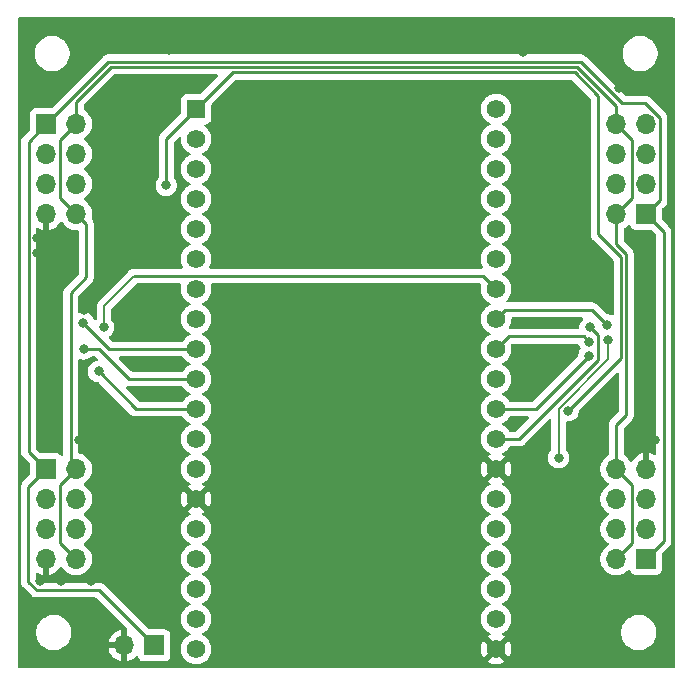
<source format=gbr>
%TF.GenerationSoftware,KiCad,Pcbnew,9.0.0*%
%TF.CreationDate,2025-03-14T15:45:12-07:00*%
%TF.ProjectId,TouchDRO,546f7563-6844-4524-9f2e-6b696361645f,0.2*%
%TF.SameCoordinates,Original*%
%TF.FileFunction,Copper,L2,Bot*%
%TF.FilePolarity,Positive*%
%FSLAX46Y46*%
G04 Gerber Fmt 4.6, Leading zero omitted, Abs format (unit mm)*
G04 Created by KiCad (PCBNEW 9.0.0) date 2025-03-14 15:45:12*
%MOMM*%
%LPD*%
G01*
G04 APERTURE LIST*
%TA.AperFunction,ComponentPad*%
%ADD10R,1.700000X1.700000*%
%TD*%
%TA.AperFunction,ComponentPad*%
%ADD11O,1.700000X1.700000*%
%TD*%
%TA.AperFunction,ComponentPad*%
%ADD12R,1.560000X1.560000*%
%TD*%
%TA.AperFunction,ComponentPad*%
%ADD13C,1.560000*%
%TD*%
%TA.AperFunction,ViaPad*%
%ADD14C,0.800000*%
%TD*%
%TA.AperFunction,Conductor*%
%ADD15C,0.250000*%
%TD*%
%TA.AperFunction,Conductor*%
%ADD16C,0.200000*%
%TD*%
G04 APERTURE END LIST*
D10*
%TO.P,J4,1,Pin_1*%
%TO.N,+5V*%
X99060000Y-54610000D03*
D11*
%TO.P,J4,2,Pin_2*%
%TO.N,+2V5*%
X96520000Y-54610000D03*
%TO.P,J4,3,Pin_3*%
%TO.N,/WA+*%
X99060000Y-52070000D03*
%TO.P,J4,4,Pin_4*%
%TO.N,/WA-*%
X96520000Y-52070000D03*
%TO.P,J4,5,Pin_5*%
%TO.N,/WB+*%
X99060000Y-49530000D03*
%TO.P,J4,6,Pin_6*%
%TO.N,/WB-*%
X96520000Y-49530000D03*
%TO.P,J4,7,Pin_7*%
%TO.N,GND*%
X99060000Y-46990000D03*
%TO.P,J4,8,Pin_8*%
%TO.N,+2V5*%
X96520000Y-46990000D03*
%TD*%
D12*
%TO.P,ESP32,1,3.3V*%
%TO.N,+3V3*%
X60960000Y-45720000D03*
D13*
%TO.P,ESP32,2,EN_RST*%
%TO.N,unconnected-(ESP32-EN_RST-Pad2)*%
X60960000Y-48260000D03*
%TO.P,ESP32,3,GPI36*%
%TO.N,unconnected-(ESP32-GPI36-Pad3)*%
X60960000Y-50800000D03*
%TO.P,ESP32,4,GPI39*%
%TO.N,unconnected-(ESP32-GPI39-Pad4)*%
X60960000Y-53340000D03*
%TO.P,ESP32,5,GPI34*%
%TO.N,unconnected-(ESP32-GPI34-Pad5)*%
X60960000Y-55880000D03*
%TO.P,ESP32,6,GPI35*%
%TO.N,unconnected-(ESP32-GPI35-Pad6)*%
X60960000Y-58420000D03*
%TO.P,ESP32,7,GPIO32*%
%TO.N,unconnected-(ESP32-GPIO32-Pad7)*%
X60960000Y-60960000D03*
%TO.P,ESP32,8,GPIO33*%
%TO.N,unconnected-(ESP32-GPIO33-Pad8)*%
X60960000Y-63500000D03*
%TO.P,ESP32,9,GPIO25*%
%TO.N,/XA*%
X60960000Y-66040000D03*
%TO.P,ESP32,10,GPIO26*%
%TO.N,/XB*%
X60960000Y-68580000D03*
%TO.P,ESP32,11,GPIO27*%
%TO.N,/YA*%
X60960000Y-71120000D03*
%TO.P,ESP32,12,GPIO14*%
%TO.N,unconnected-(ESP32-GPIO14-Pad12)*%
X60960000Y-73660000D03*
%TO.P,ESP32,13,GPIO12*%
%TO.N,Net-(D1-A)*%
X60960000Y-76200000D03*
%TO.P,ESP32,14,GND*%
%TO.N,GND*%
X60960000Y-78740000D03*
%TO.P,ESP32,15,GPIO13*%
%TO.N,unconnected-(ESP32-GPIO13-Pad15)*%
X60960000Y-81280000D03*
%TO.P,ESP32,16,GPIO9*%
%TO.N,unconnected-(ESP32-GPIO9-Pad16)*%
X60960000Y-83820000D03*
%TO.P,ESP32,17,GPIO10*%
%TO.N,unconnected-(ESP32-GPIO10-Pad17)*%
X60960000Y-86360000D03*
%TO.P,ESP32,18,GPIO11*%
%TO.N,unconnected-(ESP32-GPIO11-Pad18)*%
X60960000Y-88900000D03*
%TO.P,ESP32,19,5V*%
%TO.N,+5V*%
X60960000Y-91440000D03*
%TO.P,ESP32,20,GPIO6*%
%TO.N,unconnected-(ESP32-GPIO6-Pad20)*%
X86360000Y-45720000D03*
%TO.P,ESP32,21,GPIO7*%
%TO.N,unconnected-(ESP32-GPIO7-Pad21)*%
X86360000Y-48260000D03*
%TO.P,ESP32,22,GPIO8*%
%TO.N,unconnected-(ESP32-GPIO8-Pad22)*%
X86360000Y-50800000D03*
%TO.P,ESP32,23,GPIO15*%
%TO.N,unconnected-(ESP32-GPIO15-Pad23)*%
X86360000Y-53340000D03*
%TO.P,ESP32,24,GPIO2*%
%TO.N,Net-(D2-A)*%
X86360000Y-55880000D03*
%TO.P,ESP32,25,GPIO0*%
%TO.N,unconnected-(ESP32-GPIO0-Pad25)*%
X86360000Y-58420000D03*
%TO.P,ESP32,26,GPIO4*%
%TO.N,/YB*%
X86360000Y-60960000D03*
%TO.P,ESP32,27,GPIO16*%
%TO.N,/ZB*%
X86360000Y-63500000D03*
%TO.P,ESP32,28,GPIO17*%
%TO.N,/ZA*%
X86360000Y-66040000D03*
%TO.P,ESP32,29,GPIO5*%
%TO.N,unconnected-(ESP32-GPIO5-Pad29)*%
X86360000Y-68580000D03*
%TO.P,ESP32,30,GPIO18*%
%TO.N,/WB*%
X86360000Y-71120000D03*
%TO.P,ESP32,31,GPIO19*%
%TO.N,/WA*%
X86360000Y-73660000D03*
%TO.P,ESP32,32,GND*%
%TO.N,GND*%
X86360000Y-76200000D03*
%TO.P,ESP32,33,GPIO21*%
%TO.N,unconnected-(ESP32-GPIO21-Pad33)*%
X86360000Y-78740000D03*
%TO.P,ESP32,34,GPIO3*%
%TO.N,unconnected-(ESP32-GPIO3-Pad34)*%
X86360000Y-81280000D03*
%TO.P,ESP32,35,GPIO1*%
%TO.N,unconnected-(ESP32-GPIO1-Pad35)*%
X86360000Y-83820000D03*
%TO.P,ESP32,36,GPIO22*%
%TO.N,unconnected-(ESP32-GPIO22-Pad36)*%
X86360000Y-86360000D03*
%TO.P,ESP32,37,GPIO23*%
%TO.N,unconnected-(ESP32-GPIO23-Pad37)*%
X86360000Y-88900000D03*
%TO.P,ESP32,38,GND*%
%TO.N,GND*%
X86360000Y-91440000D03*
%TD*%
D10*
%TO.P,J1,1,Pin_1*%
%TO.N,+5V*%
X48260000Y-46990000D03*
D11*
%TO.P,J1,2,Pin_2*%
%TO.N,+2V5*%
X50800000Y-46990000D03*
%TO.P,J1,3,Pin_3*%
%TO.N,/XA+*%
X48260000Y-49530000D03*
%TO.P,J1,4,Pin_4*%
%TO.N,/XA-*%
X50800000Y-49530000D03*
%TO.P,J1,5,Pin_5*%
%TO.N,/XB+*%
X48260000Y-52070000D03*
%TO.P,J1,6,Pin_6*%
%TO.N,/XB-*%
X50800000Y-52070000D03*
%TO.P,J1,7,Pin_7*%
%TO.N,GND*%
X48260000Y-54610000D03*
%TO.P,J1,8,Pin_8*%
%TO.N,+2V5*%
X50800000Y-54610000D03*
%TD*%
D10*
%TO.P,J2,1,Pin_1*%
%TO.N,+5V*%
X48255000Y-76210000D03*
D11*
%TO.P,J2,2,Pin_2*%
%TO.N,+2V5*%
X50795000Y-76210000D03*
%TO.P,J2,3,Pin_3*%
%TO.N,/YA+*%
X48255000Y-78750000D03*
%TO.P,J2,4,Pin_4*%
%TO.N,/YA-*%
X50795000Y-78750000D03*
%TO.P,J2,5,Pin_5*%
%TO.N,/YB+*%
X48255000Y-81290000D03*
%TO.P,J2,6,Pin_6*%
%TO.N,/YB-*%
X50795000Y-81290000D03*
%TO.P,J2,7,Pin_7*%
%TO.N,GND*%
X48255000Y-83830000D03*
%TO.P,J2,8,Pin_8*%
%TO.N,+2V5*%
X50795000Y-83830000D03*
%TD*%
D10*
%TO.P,J5,1,Pin_1*%
%TO.N,+5V*%
X57409000Y-91135200D03*
D11*
%TO.P,J5,2,Pin_2*%
%TO.N,GND*%
X54869000Y-91135200D03*
%TD*%
D10*
%TO.P,J3,1,Pin_1*%
%TO.N,+5V*%
X99060000Y-83820000D03*
D11*
%TO.P,J3,2,Pin_2*%
%TO.N,+2V5*%
X96520000Y-83820000D03*
%TO.P,J3,3,Pin_3*%
%TO.N,/ZA+*%
X99060000Y-81280000D03*
%TO.P,J3,4,Pin_4*%
%TO.N,/ZA-*%
X96520000Y-81280000D03*
%TO.P,J3,5,Pin_5*%
%TO.N,/ZB+*%
X99060000Y-78740000D03*
%TO.P,J3,6,Pin_6*%
%TO.N,/ZB-*%
X96520000Y-78740000D03*
%TO.P,J3,7,Pin_7*%
%TO.N,GND*%
X99060000Y-76200000D03*
%TO.P,J3,8,Pin_8*%
%TO.N,+2V5*%
X96520000Y-76200000D03*
%TD*%
D14*
%TO.N,GND*%
X92329000Y-56007000D03*
X99060000Y-57277000D03*
X88519000Y-69850000D03*
X55245000Y-57912000D03*
X84328000Y-45720000D03*
X94742000Y-73279000D03*
X47752000Y-85725000D03*
X98933000Y-71247000D03*
X100584000Y-86360000D03*
X58674000Y-40767000D03*
X53467000Y-83820000D03*
X62992000Y-45720000D03*
X46863000Y-44577000D03*
X88519000Y-91948000D03*
X100584000Y-44577000D03*
X50444400Y-59232800D03*
X91694000Y-52197000D03*
X51562000Y-68707000D03*
X51054000Y-73787000D03*
X48260000Y-73787000D03*
X92329000Y-43942000D03*
X56007000Y-55499000D03*
X58420000Y-61341000D03*
X88519000Y-55753000D03*
X49530000Y-85725000D03*
X62484000Y-80010000D03*
X84455000Y-91948000D03*
X58674000Y-38989000D03*
X62865000Y-91948000D03*
X88646000Y-38989000D03*
X58547000Y-86868000D03*
X84328000Y-58420000D03*
X58420000Y-69850000D03*
X88519000Y-75057000D03*
X98552000Y-73787000D03*
X47498000Y-56642000D03*
X88519000Y-63881000D03*
X62992000Y-61341000D03*
X58420000Y-67310000D03*
X51435000Y-62738000D03*
X88519000Y-66167000D03*
X54610000Y-72390000D03*
X58420000Y-72517000D03*
X62484000Y-77597000D03*
X88646000Y-40894000D03*
X54610000Y-76200000D03*
X96774000Y-43942000D03*
X62992000Y-58420000D03*
X88646000Y-43942000D03*
X52451000Y-92075000D03*
X57277000Y-55499000D03*
X84836000Y-77343000D03*
X58420000Y-64770000D03*
X88519000Y-79375000D03*
X58420000Y-76708000D03*
X88519000Y-51689000D03*
X47498000Y-57912000D03*
X84455000Y-89916000D03*
X58420000Y-58674000D03*
X48768000Y-44577000D03*
X93599000Y-85217000D03*
X87884000Y-72390000D03*
X93599000Y-82296000D03*
X84328000Y-61214000D03*
X84836000Y-74676000D03*
X52070000Y-85725000D03*
X88493600Y-61315600D03*
X58547000Y-80518000D03*
X99822000Y-73787000D03*
%TO.N,+3V3*%
X92456000Y-71272400D03*
X58420000Y-52197000D03*
%TO.N,/XA*%
X51409600Y-63804800D03*
%TO.N,/XB*%
X51435000Y-66040000D03*
%TO.N,/YA*%
X52705000Y-67945000D03*
%TO.N,/YB*%
X53136800Y-64211200D03*
%TO.N,/ZB*%
X95758000Y-64008000D03*
%TO.N,/ZA*%
X94238059Y-65406933D03*
%TO.N,/WA*%
X94299382Y-64220863D03*
%TO.N,/WB*%
X94198981Y-66634057D03*
%TO.N,/ZWEN*%
X95834200Y-65303400D03*
X91643200Y-75234800D03*
%TD*%
D15*
%TO.N,+3V3*%
X96933000Y-66795400D02*
X96933000Y-58274200D01*
X94996000Y-56337200D02*
X94996000Y-44588000D01*
X58420000Y-48260000D02*
X60960000Y-45720000D01*
X96933000Y-58274200D02*
X94996000Y-56337200D01*
X58420000Y-48260000D02*
X58420000Y-52197000D01*
X64066000Y-42614000D02*
X60960000Y-45720000D01*
X92456000Y-71272400D02*
X96933000Y-66795400D01*
X93022000Y-42614000D02*
X94996000Y-44588000D01*
X93022000Y-42614000D02*
X64066000Y-42614000D01*
%TO.N,+5V*%
X46772000Y-48478000D02*
X46772000Y-74727000D01*
X52724800Y-86451000D02*
X47451280Y-86451000D01*
X100235000Y-46503299D02*
X100235000Y-53435000D01*
X53536000Y-41714000D02*
X93520695Y-41714000D01*
X46772000Y-74727000D02*
X48255000Y-76210000D01*
X98943701Y-45212000D02*
X100235000Y-46503299D01*
X100548000Y-56098000D02*
X100548000Y-82332000D01*
X46736000Y-85735720D02*
X46736000Y-77729000D01*
X57409000Y-91135200D02*
X52724800Y-86451000D01*
X100548000Y-82332000D02*
X99060000Y-83820000D01*
X93520695Y-41714000D02*
X97018695Y-45212000D01*
X99060000Y-54610000D02*
X100548000Y-56098000D01*
X48260000Y-46990000D02*
X46772000Y-48478000D01*
X48260000Y-46990000D02*
X53536000Y-41714000D01*
X100235000Y-53435000D02*
X99060000Y-54610000D01*
X97018695Y-45212000D02*
X98943701Y-45212000D01*
X47451280Y-86451000D02*
X46736000Y-85735720D01*
X46736000Y-77729000D02*
X48255000Y-76210000D01*
%TO.N,+2V5*%
X50800000Y-45086396D02*
X50800000Y-46990000D01*
X50329000Y-75744000D02*
X50795000Y-76210000D01*
X97885000Y-82455000D02*
X96520000Y-83820000D01*
X97885000Y-53245000D02*
X96520000Y-54610000D01*
X97383000Y-71619295D02*
X96520000Y-72482295D01*
X50800000Y-54610000D02*
X51650000Y-55460000D01*
X49435000Y-53245000D02*
X49435000Y-48355000D01*
X96520000Y-76200000D02*
X97885000Y-77565000D01*
X97885000Y-77565000D02*
X97885000Y-82455000D01*
X97885000Y-48355000D02*
X97885000Y-53245000D01*
X49435000Y-48355000D02*
X50800000Y-46990000D01*
X96520000Y-72482295D02*
X96520000Y-76200000D01*
X51650000Y-59983000D02*
X50329000Y-61304000D01*
X97383000Y-58013000D02*
X97383000Y-71619295D01*
X96520000Y-54610000D02*
X96520000Y-57150000D01*
X96520000Y-46990000D02*
X97885000Y-48355000D01*
X50329000Y-61304000D02*
X50329000Y-75744000D01*
X53722396Y-42164000D02*
X50800000Y-45086396D01*
X96520000Y-45466000D02*
X93218000Y-42164000D01*
X51650000Y-55460000D02*
X51650000Y-59983000D01*
X50795000Y-76210000D02*
X49430000Y-77575000D01*
X96520000Y-57150000D02*
X97383000Y-58013000D01*
X96520000Y-46990000D02*
X96520000Y-45466000D01*
X49430000Y-77575000D02*
X49430000Y-82465000D01*
X49430000Y-82465000D02*
X50795000Y-83830000D01*
X93218000Y-42164000D02*
X53722396Y-42164000D01*
X50800000Y-54610000D02*
X49435000Y-53245000D01*
%TO.N,/XA*%
X51409600Y-63864905D02*
X51409600Y-63804800D01*
X53584695Y-66040000D02*
X60960000Y-66040000D01*
X53584695Y-66040000D02*
X51409600Y-63864905D01*
%TO.N,/XB*%
X55245000Y-68580000D02*
X60960000Y-68580000D01*
X52705000Y-66040000D02*
X55245000Y-68580000D01*
X51435000Y-66040000D02*
X52705000Y-66040000D01*
%TO.N,/YA*%
X52705000Y-67945000D02*
X55880000Y-71120000D01*
X55880000Y-71120000D02*
X60960000Y-71120000D01*
%TO.N,/YB*%
X85255000Y-59855000D02*
X55715000Y-59855000D01*
D16*
X53136800Y-62433200D02*
X55715000Y-59855000D01*
D15*
X86360000Y-60960000D02*
X85255000Y-59855000D01*
D16*
X53136800Y-64211200D02*
X53136800Y-62433200D01*
D15*
%TO.N,/ZB*%
X95758000Y-64008000D02*
X94470000Y-62720000D01*
X94470000Y-62720000D02*
X87140000Y-62720000D01*
X87140000Y-62720000D02*
X86360000Y-63500000D01*
%TO.N,/ZA*%
X87426800Y-64973200D02*
X86360000Y-66040000D01*
X93804326Y-64973200D02*
X87426800Y-64973200D01*
X94238059Y-65406933D02*
X93804326Y-64973200D01*
%TO.N,/WA*%
X94963059Y-66987341D02*
X94963059Y-64884540D01*
X94923981Y-67026419D02*
X88290400Y-73660000D01*
X94923981Y-67026419D02*
X94963059Y-66987341D01*
X94963059Y-64884540D02*
X94299382Y-64220863D01*
X88290400Y-73660000D02*
X86360000Y-73660000D01*
%TO.N,/WB*%
X94198981Y-66634057D02*
X89713038Y-71120000D01*
X89713038Y-71120000D02*
X86360000Y-71120000D01*
D16*
%TO.N,/ZWEN*%
X95834200Y-65303400D02*
X95834200Y-66904250D01*
X95834200Y-66904250D02*
X91643200Y-71095250D01*
X91643200Y-71095250D02*
X91643200Y-75234800D01*
%TD*%
%TA.AperFunction,Conductor*%
%TO.N,GND*%
G36*
X97644340Y-55498068D02*
G01*
X97700274Y-55539939D01*
X97717189Y-55570917D01*
X97766202Y-55702328D01*
X97766206Y-55702335D01*
X97852452Y-55817544D01*
X97852454Y-55817546D01*
X97967664Y-55903793D01*
X97967671Y-55903797D01*
X98102517Y-55954091D01*
X98102516Y-55954091D01*
X98109444Y-55954835D01*
X98162127Y-55960500D01*
X99474547Y-55960499D01*
X99541586Y-55980184D01*
X99562228Y-55996818D01*
X99886181Y-56320771D01*
X99919666Y-56382094D01*
X99922500Y-56408452D01*
X99922500Y-74921976D01*
X99902815Y-74989015D01*
X99850011Y-75034770D01*
X99780853Y-75044714D01*
X99742205Y-75032461D01*
X99578215Y-74948903D01*
X99376124Y-74883241D01*
X99310000Y-74872768D01*
X99310000Y-75766988D01*
X99252993Y-75734075D01*
X99125826Y-75700000D01*
X98994174Y-75700000D01*
X98867007Y-75734075D01*
X98810000Y-75766988D01*
X98810000Y-74872768D01*
X98809999Y-74872768D01*
X98743875Y-74883241D01*
X98541784Y-74948903D01*
X98352442Y-75045379D01*
X98180540Y-75170272D01*
X98180535Y-75170276D01*
X98030276Y-75320535D01*
X98030272Y-75320540D01*
X97905378Y-75492443D01*
X97900762Y-75501502D01*
X97852784Y-75552295D01*
X97784963Y-75569087D01*
X97718829Y-75546546D01*
X97679794Y-75501493D01*
X97675051Y-75492184D01*
X97675049Y-75492181D01*
X97675048Y-75492179D01*
X97550109Y-75320213D01*
X97399786Y-75169890D01*
X97227819Y-75044950D01*
X97213203Y-75037503D01*
X97162408Y-74989527D01*
X97145500Y-74927019D01*
X97145500Y-72792746D01*
X97165185Y-72725707D01*
X97181815Y-72705069D01*
X97781729Y-72105155D01*
X97781733Y-72105153D01*
X97868858Y-72018028D01*
X97937311Y-71915581D01*
X97984463Y-71801747D01*
X98008500Y-71680901D01*
X98008500Y-57951394D01*
X97984463Y-57830548D01*
X97937311Y-57716714D01*
X97937310Y-57716713D01*
X97937307Y-57716707D01*
X97868858Y-57614267D01*
X97868855Y-57614263D01*
X97778637Y-57524045D01*
X97778606Y-57524016D01*
X97181819Y-56927229D01*
X97148334Y-56865906D01*
X97145500Y-56839548D01*
X97145500Y-55882980D01*
X97165185Y-55815941D01*
X97213208Y-55772494D01*
X97227818Y-55765050D01*
X97399784Y-55640110D01*
X97399784Y-55640109D01*
X97399792Y-55640104D01*
X97513329Y-55526566D01*
X97574648Y-55493084D01*
X97644340Y-55498068D01*
G37*
%TD.AperFunction*%
%TA.AperFunction,Conductor*%
G36*
X48510000Y-55937230D02*
G01*
X48576126Y-55926757D01*
X48576129Y-55926757D01*
X48778217Y-55861095D01*
X48967557Y-55764620D01*
X49139459Y-55639727D01*
X49139464Y-55639723D01*
X49289723Y-55489464D01*
X49289727Y-55489459D01*
X49414620Y-55317558D01*
X49419232Y-55308507D01*
X49467205Y-55257709D01*
X49535025Y-55240912D01*
X49601161Y-55263447D01*
X49640204Y-55308504D01*
X49644949Y-55317817D01*
X49769890Y-55489786D01*
X49920213Y-55640109D01*
X50092179Y-55765048D01*
X50092181Y-55765049D01*
X50092184Y-55765051D01*
X50281588Y-55861557D01*
X50483757Y-55927246D01*
X50693713Y-55960500D01*
X50693714Y-55960500D01*
X50900500Y-55960500D01*
X50967539Y-55980185D01*
X51013294Y-56032989D01*
X51024500Y-56084500D01*
X51024500Y-59672547D01*
X51004815Y-59739586D01*
X50988181Y-59760228D01*
X49843144Y-60905264D01*
X49843138Y-60905272D01*
X49774690Y-61007708D01*
X49774688Y-61007713D01*
X49752709Y-61060777D01*
X49752709Y-61060778D01*
X49727538Y-61121545D01*
X49727535Y-61121555D01*
X49703500Y-61242389D01*
X49703500Y-74951770D01*
X49683815Y-75018809D01*
X49631011Y-75064564D01*
X49561853Y-75074508D01*
X49498297Y-75045483D01*
X49480234Y-75026082D01*
X49462959Y-75003006D01*
X49462546Y-75002454D01*
X49462544Y-75002453D01*
X49462544Y-75002452D01*
X49347335Y-74916206D01*
X49347328Y-74916202D01*
X49212482Y-74865908D01*
X49212483Y-74865908D01*
X49152883Y-74859501D01*
X49152881Y-74859500D01*
X49152873Y-74859500D01*
X49152865Y-74859500D01*
X47840453Y-74859500D01*
X47773414Y-74839815D01*
X47752772Y-74823181D01*
X47433819Y-74504228D01*
X47400334Y-74442905D01*
X47397500Y-74416547D01*
X47397500Y-55888023D01*
X47417185Y-55820984D01*
X47469989Y-55775229D01*
X47539147Y-55765285D01*
X47577796Y-55777539D01*
X47741780Y-55861094D01*
X47741779Y-55861094D01*
X47943871Y-55926757D01*
X48010000Y-55937231D01*
X48010000Y-55043012D01*
X48067007Y-55075925D01*
X48194174Y-55110000D01*
X48325826Y-55110000D01*
X48452993Y-55075925D01*
X48510000Y-55043012D01*
X48510000Y-55937230D01*
G37*
%TD.AperFunction*%
%TA.AperFunction,Conductor*%
G36*
X89087987Y-71765185D02*
G01*
X89133742Y-71817989D01*
X89143686Y-71887147D01*
X89114661Y-71950703D01*
X89108629Y-71957181D01*
X88067629Y-72998181D01*
X88006306Y-73031666D01*
X87979948Y-73034500D01*
X87551515Y-73034500D01*
X87484476Y-73014815D01*
X87451197Y-72983386D01*
X87444629Y-72974346D01*
X87336711Y-72825810D01*
X87194190Y-72683289D01*
X87031129Y-72564818D01*
X86904867Y-72500484D01*
X86854072Y-72452510D01*
X86837277Y-72384690D01*
X86859814Y-72318555D01*
X86904868Y-72279515D01*
X87031129Y-72215182D01*
X87194190Y-72096711D01*
X87336711Y-71954190D01*
X87451197Y-71796614D01*
X87506527Y-71753949D01*
X87551515Y-71745500D01*
X89020948Y-71745500D01*
X89087987Y-71765185D01*
G37*
%TD.AperFunction*%
%TA.AperFunction,Conductor*%
G36*
X55168248Y-69202488D02*
G01*
X55183388Y-69205499D01*
X55183392Y-69205500D01*
X55183393Y-69205500D01*
X55183394Y-69205500D01*
X59768485Y-69205500D01*
X59835524Y-69225185D01*
X59868803Y-69256614D01*
X59983289Y-69414190D01*
X60125810Y-69556711D01*
X60288871Y-69675182D01*
X60356885Y-69709836D01*
X60415131Y-69739515D01*
X60465927Y-69787490D01*
X60482722Y-69855311D01*
X60460184Y-69921446D01*
X60415131Y-69960485D01*
X60288870Y-70024818D01*
X60195838Y-70092410D01*
X60125810Y-70143289D01*
X60125808Y-70143291D01*
X60125807Y-70143291D01*
X59983291Y-70285807D01*
X59983291Y-70285808D01*
X59983289Y-70285810D01*
X59885615Y-70420246D01*
X59868803Y-70443386D01*
X59813473Y-70486051D01*
X59768485Y-70494500D01*
X56190452Y-70494500D01*
X56123413Y-70474815D01*
X56102771Y-70458181D01*
X55056376Y-69411786D01*
X55022891Y-69350463D01*
X55027875Y-69280771D01*
X55069747Y-69224838D01*
X55135211Y-69200421D01*
X55168248Y-69202488D01*
G37*
%TD.AperFunction*%
%TA.AperFunction,Conductor*%
G36*
X93326983Y-65618385D02*
G01*
X93372738Y-65671189D01*
X93374505Y-65675248D01*
X93437930Y-65828374D01*
X93437932Y-65828378D01*
X93440046Y-65833480D01*
X93499756Y-65922842D01*
X93500088Y-65923349D01*
X93510052Y-65956269D01*
X93520313Y-65989039D01*
X93520150Y-65989632D01*
X93520329Y-65990223D01*
X93510910Y-66023313D01*
X93501829Y-66056419D01*
X93501217Y-66057371D01*
X93501202Y-66057424D01*
X93501158Y-66057462D01*
X93499435Y-66060144D01*
X93400971Y-66207503D01*
X93400964Y-66207516D01*
X93333087Y-66371389D01*
X93333084Y-66371398D01*
X93298481Y-66545361D01*
X93298481Y-66598604D01*
X93278796Y-66665643D01*
X93262162Y-66686285D01*
X89490267Y-70458181D01*
X89428944Y-70491666D01*
X89402586Y-70494500D01*
X87551515Y-70494500D01*
X87484476Y-70474815D01*
X87451197Y-70443386D01*
X87444629Y-70434346D01*
X87336711Y-70285810D01*
X87194190Y-70143289D01*
X87031129Y-70024818D01*
X86904867Y-69960484D01*
X86854072Y-69912510D01*
X86837277Y-69844690D01*
X86859814Y-69778555D01*
X86904868Y-69739515D01*
X87031129Y-69675182D01*
X87194190Y-69556711D01*
X87336711Y-69414190D01*
X87455182Y-69251129D01*
X87546686Y-69071542D01*
X87608970Y-68879851D01*
X87625214Y-68777289D01*
X87640500Y-68680783D01*
X87640500Y-68479216D01*
X87622156Y-68363408D01*
X87608970Y-68280149D01*
X87568259Y-68154852D01*
X87546687Y-68088460D01*
X87468401Y-67934815D01*
X87455182Y-67908871D01*
X87336711Y-67745810D01*
X87194190Y-67603289D01*
X87031129Y-67484818D01*
X86904867Y-67420484D01*
X86854072Y-67372510D01*
X86837277Y-67304690D01*
X86859814Y-67238555D01*
X86904868Y-67199515D01*
X87031129Y-67135182D01*
X87194190Y-67016711D01*
X87336711Y-66874190D01*
X87455182Y-66711129D01*
X87546686Y-66531542D01*
X87608970Y-66339851D01*
X87629932Y-66207503D01*
X87640500Y-66140783D01*
X87640500Y-65939217D01*
X87622943Y-65828374D01*
X87610030Y-65746844D01*
X87610732Y-65741407D01*
X87608817Y-65736268D01*
X87615162Y-65707127D01*
X87618984Y-65677553D01*
X87622825Y-65671936D01*
X87623683Y-65667998D01*
X87644835Y-65639754D01*
X87649590Y-65635000D01*
X87710920Y-65601528D01*
X87737253Y-65598700D01*
X93259944Y-65598700D01*
X93326983Y-65618385D01*
G37*
%TD.AperFunction*%
%TA.AperFunction,Conductor*%
G36*
X59835524Y-66685185D02*
G01*
X59868803Y-66716614D01*
X59983289Y-66874190D01*
X60125810Y-67016711D01*
X60288871Y-67135182D01*
X60312032Y-67146983D01*
X60415131Y-67199515D01*
X60465927Y-67247490D01*
X60482722Y-67315311D01*
X60460184Y-67381446D01*
X60415131Y-67420485D01*
X60288870Y-67484818D01*
X60242586Y-67518446D01*
X60125810Y-67603289D01*
X60125808Y-67603291D01*
X60125807Y-67603291D01*
X59983291Y-67745807D01*
X59983291Y-67745808D01*
X59983289Y-67745810D01*
X59931321Y-67817338D01*
X59868803Y-67903386D01*
X59813473Y-67946051D01*
X59768485Y-67954500D01*
X55555453Y-67954500D01*
X55488414Y-67934815D01*
X55467772Y-67918181D01*
X54970076Y-67420485D01*
X54426770Y-66877180D01*
X54393286Y-66815858D01*
X54398270Y-66746166D01*
X54440142Y-66690233D01*
X54505606Y-66665816D01*
X54514452Y-66665500D01*
X59768485Y-66665500D01*
X59835524Y-66685185D01*
G37*
%TD.AperFunction*%
%TA.AperFunction,Conductor*%
G36*
X59665769Y-60500185D02*
G01*
X59711524Y-60552989D01*
X59721468Y-60622147D01*
X59716661Y-60642819D01*
X59711029Y-60660150D01*
X59679500Y-60859216D01*
X59679500Y-61060783D01*
X59711030Y-61259852D01*
X59773312Y-61451539D01*
X59822162Y-61547412D01*
X59864818Y-61631129D01*
X59983289Y-61794190D01*
X60125810Y-61936711D01*
X60288871Y-62055182D01*
X60327403Y-62074815D01*
X60415131Y-62119515D01*
X60465927Y-62167490D01*
X60482722Y-62235311D01*
X60460184Y-62301446D01*
X60415131Y-62340485D01*
X60288870Y-62404818D01*
X60195838Y-62472410D01*
X60125810Y-62523289D01*
X60125808Y-62523291D01*
X60125807Y-62523291D01*
X59983291Y-62665807D01*
X59983291Y-62665808D01*
X59983289Y-62665810D01*
X59934257Y-62733297D01*
X59864818Y-62828870D01*
X59773312Y-63008460D01*
X59711030Y-63200147D01*
X59679500Y-63399216D01*
X59679500Y-63600783D01*
X59711030Y-63799852D01*
X59773312Y-63991539D01*
X59773314Y-63991542D01*
X59864818Y-64171129D01*
X59983289Y-64334190D01*
X60125810Y-64476711D01*
X60288871Y-64595182D01*
X60303848Y-64602813D01*
X60415131Y-64659515D01*
X60465927Y-64707490D01*
X60482722Y-64775311D01*
X60460184Y-64841446D01*
X60415131Y-64880485D01*
X60288870Y-64944818D01*
X60241669Y-64979112D01*
X60125810Y-65063289D01*
X60125808Y-65063291D01*
X60125807Y-65063291D01*
X59983291Y-65205807D01*
X59983291Y-65205808D01*
X59983289Y-65205810D01*
X59957005Y-65241987D01*
X59868803Y-65363386D01*
X59813473Y-65406051D01*
X59768485Y-65414500D01*
X53895147Y-65414500D01*
X53828108Y-65394815D01*
X53807466Y-65378181D01*
X53595345Y-65166060D01*
X53561860Y-65104737D01*
X53566844Y-65035045D01*
X53608716Y-64979112D01*
X53614135Y-64975277D01*
X53710835Y-64910664D01*
X53836261Y-64785238D01*
X53836264Y-64785235D01*
X53934813Y-64637747D01*
X54002694Y-64473866D01*
X54037300Y-64299891D01*
X54037300Y-64122509D01*
X54037300Y-64122506D01*
X54037299Y-64122504D01*
X54002696Y-63948541D01*
X54002693Y-63948532D01*
X53934816Y-63784659D01*
X53934809Y-63784646D01*
X53836264Y-63637165D01*
X53836261Y-63637161D01*
X53773619Y-63574519D01*
X53740134Y-63513196D01*
X53737300Y-63486838D01*
X53737300Y-62733297D01*
X53756985Y-62666258D01*
X53773619Y-62645616D01*
X55902416Y-60516819D01*
X55963739Y-60483334D01*
X55990097Y-60480500D01*
X59598730Y-60480500D01*
X59665769Y-60500185D01*
G37*
%TD.AperFunction*%
%TA.AperFunction,Conductor*%
G36*
X93668922Y-63365185D02*
G01*
X93714677Y-63417989D01*
X93724621Y-63487147D01*
X93695596Y-63550703D01*
X93689564Y-63557181D01*
X93599920Y-63646824D01*
X93599917Y-63646828D01*
X93501372Y-63794309D01*
X93501365Y-63794322D01*
X93433488Y-63958195D01*
X93433485Y-63958204D01*
X93398882Y-64132167D01*
X93398882Y-64223700D01*
X93379197Y-64290739D01*
X93326393Y-64336494D01*
X93274882Y-64347700D01*
X87567564Y-64347700D01*
X87500525Y-64328015D01*
X87454770Y-64275211D01*
X87444826Y-64206053D01*
X87457079Y-64167405D01*
X87546686Y-63991542D01*
X87608970Y-63799851D01*
X87625214Y-63697289D01*
X87640500Y-63600783D01*
X87640500Y-63469500D01*
X87660185Y-63402461D01*
X87712989Y-63356706D01*
X87764500Y-63345500D01*
X93601883Y-63345500D01*
X93668922Y-63365185D01*
G37*
%TD.AperFunction*%
%TA.AperFunction,Conductor*%
G36*
X62773586Y-42809185D02*
G01*
X62819341Y-42861989D01*
X62829285Y-42931147D01*
X62800260Y-42994703D01*
X62794228Y-43001181D01*
X61392227Y-44403181D01*
X61330904Y-44436666D01*
X61304546Y-44439500D01*
X60132129Y-44439500D01*
X60132123Y-44439501D01*
X60072516Y-44445908D01*
X59937671Y-44496202D01*
X59937664Y-44496206D01*
X59822455Y-44582452D01*
X59822452Y-44582455D01*
X59736206Y-44697664D01*
X59736202Y-44697671D01*
X59685908Y-44832517D01*
X59679501Y-44892116D01*
X59679500Y-44892135D01*
X59679500Y-46064546D01*
X59659815Y-46131585D01*
X59643181Y-46152227D01*
X58021269Y-47774140D01*
X57934144Y-47861264D01*
X57934138Y-47861272D01*
X57865690Y-47963708D01*
X57865689Y-47963710D01*
X57842330Y-48020103D01*
X57842331Y-48020104D01*
X57830097Y-48049638D01*
X57830095Y-48049644D01*
X57826339Y-48058714D01*
X57818537Y-48077549D01*
X57794669Y-48197546D01*
X57794500Y-48198394D01*
X57794500Y-48198631D01*
X57794500Y-51497638D01*
X57774815Y-51564677D01*
X57758181Y-51585319D01*
X57720538Y-51622961D01*
X57720535Y-51622965D01*
X57621990Y-51770446D01*
X57621983Y-51770459D01*
X57554106Y-51934332D01*
X57554103Y-51934341D01*
X57519500Y-52108304D01*
X57519500Y-52285695D01*
X57554103Y-52459658D01*
X57554106Y-52459667D01*
X57621983Y-52623540D01*
X57621990Y-52623553D01*
X57720535Y-52771034D01*
X57720538Y-52771038D01*
X57845961Y-52896461D01*
X57845965Y-52896464D01*
X57993446Y-52995009D01*
X57993459Y-52995016D01*
X58102417Y-53040147D01*
X58157334Y-53062894D01*
X58157336Y-53062894D01*
X58157341Y-53062896D01*
X58331304Y-53097499D01*
X58331307Y-53097500D01*
X58331309Y-53097500D01*
X58508693Y-53097500D01*
X58508694Y-53097499D01*
X58589651Y-53081396D01*
X58682658Y-53062896D01*
X58682661Y-53062894D01*
X58682666Y-53062894D01*
X58846547Y-52995013D01*
X58994035Y-52896464D01*
X59119464Y-52771035D01*
X59218013Y-52623547D01*
X59285894Y-52459666D01*
X59320500Y-52285691D01*
X59320500Y-52108309D01*
X59320500Y-52108306D01*
X59320499Y-52108304D01*
X59285896Y-51934341D01*
X59285893Y-51934332D01*
X59218016Y-51770459D01*
X59218009Y-51770446D01*
X59119464Y-51622965D01*
X59119461Y-51622961D01*
X59081819Y-51585319D01*
X59048334Y-51523996D01*
X59045500Y-51497638D01*
X59045500Y-48570451D01*
X59065185Y-48503412D01*
X59081815Y-48482774D01*
X59467819Y-48096769D01*
X59529142Y-48063285D01*
X59598834Y-48068269D01*
X59654767Y-48110141D01*
X59679184Y-48175605D01*
X59679500Y-48184451D01*
X59679500Y-48360783D01*
X59711030Y-48559852D01*
X59773312Y-48751539D01*
X59773314Y-48751542D01*
X59864818Y-48931129D01*
X59983289Y-49094190D01*
X60125810Y-49236711D01*
X60288871Y-49355182D01*
X60356885Y-49389836D01*
X60415131Y-49419515D01*
X60465927Y-49467490D01*
X60482722Y-49535311D01*
X60460184Y-49601446D01*
X60415131Y-49640485D01*
X60288870Y-49704818D01*
X60195838Y-49772410D01*
X60125810Y-49823289D01*
X60125808Y-49823291D01*
X60125807Y-49823291D01*
X59983291Y-49965807D01*
X59983291Y-49965808D01*
X59983289Y-49965810D01*
X59932410Y-50035838D01*
X59864818Y-50128870D01*
X59773312Y-50308460D01*
X59711030Y-50500147D01*
X59679500Y-50699216D01*
X59679500Y-50900783D01*
X59711030Y-51099852D01*
X59773312Y-51291539D01*
X59773314Y-51291542D01*
X59864818Y-51471129D01*
X59983289Y-51634190D01*
X60125810Y-51776711D01*
X60288871Y-51895182D01*
X60356885Y-51929836D01*
X60415131Y-51959515D01*
X60465927Y-52007490D01*
X60482722Y-52075311D01*
X60460184Y-52141446D01*
X60415131Y-52180485D01*
X60288870Y-52244818D01*
X60195838Y-52312410D01*
X60125810Y-52363289D01*
X60125808Y-52363291D01*
X60125807Y-52363291D01*
X59983291Y-52505807D01*
X59983291Y-52505808D01*
X59983289Y-52505810D01*
X59932410Y-52575838D01*
X59864818Y-52668870D01*
X59773312Y-52848460D01*
X59711030Y-53040147D01*
X59679500Y-53239216D01*
X59679500Y-53440783D01*
X59711030Y-53639852D01*
X59773312Y-53831539D01*
X59864818Y-54011129D01*
X59983289Y-54174190D01*
X60125810Y-54316711D01*
X60288871Y-54435182D01*
X60356885Y-54469836D01*
X60415131Y-54499515D01*
X60465927Y-54547490D01*
X60482722Y-54615311D01*
X60460184Y-54681446D01*
X60415131Y-54720485D01*
X60288870Y-54784818D01*
X60263855Y-54802993D01*
X60125810Y-54903289D01*
X60125808Y-54903291D01*
X60125807Y-54903291D01*
X59983291Y-55045807D01*
X59983291Y-55045808D01*
X59983289Y-55045810D01*
X59975739Y-55056202D01*
X59864818Y-55208870D01*
X59773312Y-55388460D01*
X59711030Y-55580147D01*
X59679500Y-55779216D01*
X59679500Y-55980783D01*
X59711030Y-56179852D01*
X59773312Y-56371539D01*
X59848780Y-56519652D01*
X59864818Y-56551129D01*
X59983289Y-56714190D01*
X60125810Y-56856711D01*
X60288871Y-56975182D01*
X60356885Y-57009836D01*
X60415131Y-57039515D01*
X60465927Y-57087490D01*
X60482722Y-57155311D01*
X60460184Y-57221446D01*
X60415131Y-57260485D01*
X60288870Y-57324818D01*
X60195838Y-57392410D01*
X60125810Y-57443289D01*
X60125808Y-57443291D01*
X60125807Y-57443291D01*
X59983291Y-57585807D01*
X59983291Y-57585808D01*
X59983289Y-57585810D01*
X59962617Y-57614263D01*
X59864818Y-57748870D01*
X59773312Y-57928460D01*
X59711030Y-58120147D01*
X59679500Y-58319216D01*
X59679500Y-58520783D01*
X59711030Y-58719852D01*
X59773312Y-58911539D01*
X59843457Y-59049205D01*
X59856353Y-59117874D01*
X59830077Y-59182615D01*
X59772970Y-59222872D01*
X59732972Y-59229500D01*
X55653389Y-59229500D01*
X55532555Y-59253535D01*
X55532545Y-59253538D01*
X55418716Y-59300687D01*
X55418707Y-59300692D01*
X55316267Y-59369141D01*
X55316263Y-59369144D01*
X55229144Y-59456263D01*
X55164730Y-59552665D01*
X55149309Y-59571454D01*
X52768086Y-61952678D01*
X52656281Y-62064482D01*
X52656279Y-62064484D01*
X52634344Y-62102477D01*
X52625073Y-62118537D01*
X52577223Y-62201415D01*
X52536299Y-62354143D01*
X52536299Y-62354145D01*
X52536299Y-62522246D01*
X52536300Y-62522259D01*
X52536300Y-63486838D01*
X52527655Y-63516277D01*
X52521131Y-63546268D01*
X52517376Y-63551282D01*
X52516615Y-63553877D01*
X52499981Y-63574519D01*
X52499979Y-63574522D01*
X52481564Y-63592936D01*
X52420240Y-63626419D01*
X52350548Y-63621433D01*
X52294616Y-63579560D01*
X52278401Y-63547523D01*
X52277825Y-63547762D01*
X52207616Y-63378259D01*
X52207609Y-63378246D01*
X52109064Y-63230765D01*
X52109061Y-63230761D01*
X51983638Y-63105338D01*
X51983634Y-63105335D01*
X51836153Y-63006790D01*
X51836140Y-63006783D01*
X51672267Y-62938906D01*
X51672258Y-62938903D01*
X51498294Y-62904300D01*
X51498291Y-62904300D01*
X51320909Y-62904300D01*
X51320906Y-62904300D01*
X51146941Y-62938903D01*
X51146932Y-62938906D01*
X51125952Y-62947597D01*
X51056483Y-62955066D01*
X50994004Y-62923790D01*
X50958352Y-62863701D01*
X50954500Y-62833036D01*
X50954500Y-61614451D01*
X50974185Y-61547412D01*
X50990814Y-61526774D01*
X52048729Y-60468860D01*
X52048733Y-60468858D01*
X52135858Y-60381733D01*
X52170084Y-60330509D01*
X52204312Y-60279286D01*
X52237652Y-60198792D01*
X52251463Y-60165452D01*
X52267110Y-60086785D01*
X52275500Y-60044607D01*
X52275500Y-59921393D01*
X52275500Y-55527741D01*
X52275501Y-55527720D01*
X52275501Y-55398391D01*
X52251464Y-55277555D01*
X52251463Y-55277549D01*
X52204312Y-55163715D01*
X52135858Y-55061267D01*
X52134139Y-55059172D01*
X52133581Y-55057859D01*
X52132474Y-55056202D01*
X52132788Y-55055991D01*
X52106827Y-54994861D01*
X52112063Y-54942193D01*
X52117246Y-54926243D01*
X52150500Y-54716287D01*
X52150500Y-54503713D01*
X52117246Y-54293757D01*
X52051557Y-54091588D01*
X51955051Y-53902184D01*
X51955049Y-53902181D01*
X51955048Y-53902179D01*
X51830109Y-53730213D01*
X51679786Y-53579890D01*
X51507820Y-53454951D01*
X51507115Y-53454591D01*
X51499054Y-53450485D01*
X51448259Y-53402512D01*
X51431463Y-53334692D01*
X51453999Y-53268556D01*
X51499054Y-53229515D01*
X51507816Y-53225051D01*
X51529789Y-53209086D01*
X51679786Y-53100109D01*
X51679788Y-53100106D01*
X51679792Y-53100104D01*
X51830104Y-52949792D01*
X51830106Y-52949788D01*
X51830109Y-52949786D01*
X51955048Y-52777820D01*
X51955047Y-52777820D01*
X51955051Y-52777816D01*
X52051557Y-52588412D01*
X52117246Y-52386243D01*
X52150500Y-52176287D01*
X52150500Y-51963713D01*
X52117246Y-51753757D01*
X52051557Y-51551588D01*
X51955051Y-51362184D01*
X51955049Y-51362181D01*
X51955048Y-51362179D01*
X51830109Y-51190213D01*
X51679786Y-51039890D01*
X51507820Y-50914951D01*
X51507115Y-50914591D01*
X51499054Y-50910485D01*
X51448259Y-50862512D01*
X51431463Y-50794692D01*
X51453999Y-50728556D01*
X51499054Y-50689515D01*
X51507816Y-50685051D01*
X51539501Y-50662031D01*
X51679786Y-50560109D01*
X51679788Y-50560106D01*
X51679792Y-50560104D01*
X51830104Y-50409792D01*
X51830106Y-50409788D01*
X51830109Y-50409786D01*
X51955048Y-50237820D01*
X51955047Y-50237820D01*
X51955051Y-50237816D01*
X52051557Y-50048412D01*
X52117246Y-49846243D01*
X52150500Y-49636287D01*
X52150500Y-49423713D01*
X52117246Y-49213757D01*
X52051557Y-49011588D01*
X51955051Y-48822184D01*
X51955049Y-48822181D01*
X51955048Y-48822179D01*
X51830109Y-48650213D01*
X51679786Y-48499890D01*
X51507820Y-48374951D01*
X51507115Y-48374591D01*
X51499054Y-48370485D01*
X51448259Y-48322512D01*
X51431463Y-48254692D01*
X51453999Y-48188556D01*
X51499054Y-48149515D01*
X51507816Y-48145051D01*
X51574270Y-48096770D01*
X51679786Y-48020109D01*
X51679792Y-48020104D01*
X51743629Y-47956267D01*
X51830104Y-47869792D01*
X51830106Y-47869788D01*
X51830109Y-47869786D01*
X51955048Y-47697820D01*
X51955047Y-47697820D01*
X51955051Y-47697816D01*
X52051557Y-47508412D01*
X52117246Y-47306243D01*
X52150500Y-47096287D01*
X52150500Y-46883713D01*
X52117246Y-46673757D01*
X52051557Y-46471588D01*
X51955051Y-46282184D01*
X51955049Y-46282181D01*
X51955048Y-46282179D01*
X51830109Y-46110213D01*
X51679786Y-45959890D01*
X51507819Y-45834950D01*
X51493203Y-45827503D01*
X51442408Y-45779527D01*
X51425500Y-45717019D01*
X51425500Y-45396848D01*
X51445185Y-45329809D01*
X51461819Y-45309167D01*
X53945167Y-42825819D01*
X54006490Y-42792334D01*
X54032848Y-42789500D01*
X62706547Y-42789500D01*
X62773586Y-42809185D01*
G37*
%TD.AperFunction*%
%TA.AperFunction,Conductor*%
G36*
X92778587Y-43259185D02*
G01*
X92799229Y-43275819D01*
X94334181Y-44810771D01*
X94367666Y-44872094D01*
X94370500Y-44898452D01*
X94370500Y-56398806D01*
X94372419Y-56408452D01*
X94394538Y-56519655D01*
X94394539Y-56519660D01*
X94404566Y-56543866D01*
X94404571Y-56543877D01*
X94406502Y-56548537D01*
X94441688Y-56633486D01*
X94475915Y-56684709D01*
X94479881Y-56690644D01*
X94510140Y-56735931D01*
X94510141Y-56735932D01*
X94510142Y-56735933D01*
X94597267Y-56823058D01*
X94597268Y-56823058D01*
X94604335Y-56830125D01*
X94604334Y-56830125D01*
X94604338Y-56830128D01*
X96271181Y-58496971D01*
X96304666Y-58558294D01*
X96307500Y-58584652D01*
X96307500Y-63075336D01*
X96287815Y-63142375D01*
X96235011Y-63188130D01*
X96165853Y-63198074D01*
X96136049Y-63189898D01*
X96077038Y-63165456D01*
X96020666Y-63142106D01*
X96020662Y-63142105D01*
X96020658Y-63142103D01*
X95846694Y-63107500D01*
X95846691Y-63107500D01*
X95793452Y-63107500D01*
X95726413Y-63087815D01*
X95705771Y-63071181D01*
X94963150Y-62328560D01*
X94955860Y-62321270D01*
X94955858Y-62321267D01*
X94868733Y-62234142D01*
X94817509Y-62199915D01*
X94766286Y-62165688D01*
X94766283Y-62165686D01*
X94766280Y-62165685D01*
X94692603Y-62135168D01*
X94692601Y-62135167D01*
X94685792Y-62132347D01*
X94652452Y-62118537D01*
X94592029Y-62106518D01*
X94587306Y-62105578D01*
X94587304Y-62105578D01*
X94531610Y-62094500D01*
X94531607Y-62094500D01*
X94531606Y-62094500D01*
X87335763Y-62094500D01*
X87268724Y-62074815D01*
X87222969Y-62022011D01*
X87213025Y-61952853D01*
X87242050Y-61889297D01*
X87248082Y-61882819D01*
X87336711Y-61794190D01*
X87455182Y-61631129D01*
X87546686Y-61451542D01*
X87608970Y-61259851D01*
X87630875Y-61121548D01*
X87640500Y-61060783D01*
X87640500Y-60859216D01*
X87622156Y-60743408D01*
X87608970Y-60660149D01*
X87574152Y-60552989D01*
X87546687Y-60468460D01*
X87502497Y-60381733D01*
X87455182Y-60288871D01*
X87336711Y-60125810D01*
X87194190Y-59983289D01*
X87031129Y-59864818D01*
X86904867Y-59800484D01*
X86854072Y-59752510D01*
X86837277Y-59684690D01*
X86859814Y-59618555D01*
X86904868Y-59579515D01*
X87031129Y-59515182D01*
X87194190Y-59396711D01*
X87336711Y-59254190D01*
X87455182Y-59091129D01*
X87546686Y-58911542D01*
X87608970Y-58719851D01*
X87625214Y-58617289D01*
X87640500Y-58520783D01*
X87640500Y-58319216D01*
X87622156Y-58203408D01*
X87608970Y-58120149D01*
X87577828Y-58024303D01*
X87546687Y-57928460D01*
X87455181Y-57748870D01*
X87336711Y-57585810D01*
X87194190Y-57443289D01*
X87031129Y-57324818D01*
X86904867Y-57260484D01*
X86854072Y-57212510D01*
X86837277Y-57144690D01*
X86859814Y-57078555D01*
X86904868Y-57039515D01*
X87031129Y-56975182D01*
X87194190Y-56856711D01*
X87336711Y-56714190D01*
X87455182Y-56551129D01*
X87546686Y-56371542D01*
X87608970Y-56179851D01*
X87625214Y-56077289D01*
X87640500Y-55980783D01*
X87640500Y-55779216D01*
X87618406Y-55639727D01*
X87608970Y-55580149D01*
X87577828Y-55484303D01*
X87546687Y-55388460D01*
X87546686Y-55388458D01*
X87455182Y-55208871D01*
X87336711Y-55045810D01*
X87194190Y-54903289D01*
X87031129Y-54784818D01*
X86904867Y-54720484D01*
X86854072Y-54672510D01*
X86837277Y-54604690D01*
X86859814Y-54538555D01*
X86904868Y-54499515D01*
X87031129Y-54435182D01*
X87194190Y-54316711D01*
X87336711Y-54174190D01*
X87455182Y-54011129D01*
X87546686Y-53831542D01*
X87608970Y-53639851D01*
X87631658Y-53496606D01*
X87640500Y-53440783D01*
X87640500Y-53239216D01*
X87615503Y-53081396D01*
X87608970Y-53040149D01*
X87546686Y-52848458D01*
X87455182Y-52668871D01*
X87336711Y-52505810D01*
X87194190Y-52363289D01*
X87031129Y-52244818D01*
X86904867Y-52180484D01*
X86854072Y-52132510D01*
X86837277Y-52064690D01*
X86859814Y-51998555D01*
X86904868Y-51959515D01*
X87031129Y-51895182D01*
X87194190Y-51776711D01*
X87336711Y-51634190D01*
X87455182Y-51471129D01*
X87546686Y-51291542D01*
X87608970Y-51099851D01*
X87634610Y-50937968D01*
X87640500Y-50900783D01*
X87640500Y-50699216D01*
X87615503Y-50541396D01*
X87608970Y-50500149D01*
X87546686Y-50308458D01*
X87455182Y-50128871D01*
X87336711Y-49965810D01*
X87194190Y-49823289D01*
X87031129Y-49704818D01*
X86904867Y-49640484D01*
X86854072Y-49592510D01*
X86837277Y-49524690D01*
X86859814Y-49458555D01*
X86904868Y-49419515D01*
X87031129Y-49355182D01*
X87194190Y-49236711D01*
X87336711Y-49094190D01*
X87455182Y-48931129D01*
X87546686Y-48751542D01*
X87608970Y-48559851D01*
X87625214Y-48457289D01*
X87640500Y-48360783D01*
X87640500Y-48159216D01*
X87614037Y-47992142D01*
X87608970Y-47960149D01*
X87548533Y-47774142D01*
X87546687Y-47768460D01*
X87455181Y-47588870D01*
X87396726Y-47508414D01*
X87336711Y-47425810D01*
X87194190Y-47283289D01*
X87031129Y-47164818D01*
X86904867Y-47100484D01*
X86854072Y-47052510D01*
X86837277Y-46984690D01*
X86859814Y-46918555D01*
X86904868Y-46879515D01*
X87031129Y-46815182D01*
X87194190Y-46696711D01*
X87336711Y-46554190D01*
X87455182Y-46391129D01*
X87546686Y-46211542D01*
X87608970Y-46019851D01*
X87627983Y-45899810D01*
X87640500Y-45820783D01*
X87640500Y-45619216D01*
X87614029Y-45452090D01*
X87608970Y-45420149D01*
X87546686Y-45228458D01*
X87455182Y-45048871D01*
X87336711Y-44885810D01*
X87194190Y-44743289D01*
X87031129Y-44624818D01*
X87003101Y-44610537D01*
X86851539Y-44533312D01*
X86659852Y-44471030D01*
X86460783Y-44439500D01*
X86460778Y-44439500D01*
X86259222Y-44439500D01*
X86259217Y-44439500D01*
X86060147Y-44471030D01*
X85868460Y-44533312D01*
X85688870Y-44624818D01*
X85608357Y-44683315D01*
X85525810Y-44743289D01*
X85525808Y-44743291D01*
X85525807Y-44743291D01*
X85383291Y-44885807D01*
X85383291Y-44885808D01*
X85383289Y-44885810D01*
X85378694Y-44892135D01*
X85264818Y-45048870D01*
X85173312Y-45228460D01*
X85111030Y-45420147D01*
X85079500Y-45619216D01*
X85079500Y-45820783D01*
X85111030Y-46019852D01*
X85173312Y-46211539D01*
X85239223Y-46340896D01*
X85264818Y-46391129D01*
X85383289Y-46554190D01*
X85525810Y-46696711D01*
X85688871Y-46815182D01*
X85756885Y-46849836D01*
X85815131Y-46879515D01*
X85865927Y-46927490D01*
X85882722Y-46995311D01*
X85860184Y-47061446D01*
X85815131Y-47100485D01*
X85688870Y-47164818D01*
X85663855Y-47182993D01*
X85525810Y-47283289D01*
X85525808Y-47283291D01*
X85525807Y-47283291D01*
X85383291Y-47425807D01*
X85383291Y-47425808D01*
X85383289Y-47425810D01*
X85361421Y-47455909D01*
X85264818Y-47588870D01*
X85173312Y-47768460D01*
X85111030Y-47960147D01*
X85079500Y-48159216D01*
X85079500Y-48360783D01*
X85111030Y-48559852D01*
X85173312Y-48751539D01*
X85173314Y-48751542D01*
X85264818Y-48931129D01*
X85383289Y-49094190D01*
X85525810Y-49236711D01*
X85688871Y-49355182D01*
X85756885Y-49389836D01*
X85815131Y-49419515D01*
X85865927Y-49467490D01*
X85882722Y-49535311D01*
X85860184Y-49601446D01*
X85815131Y-49640485D01*
X85688870Y-49704818D01*
X85595838Y-49772410D01*
X85525810Y-49823289D01*
X85525808Y-49823291D01*
X85525807Y-49823291D01*
X85383291Y-49965807D01*
X85383291Y-49965808D01*
X85383289Y-49965810D01*
X85332410Y-50035838D01*
X85264818Y-50128870D01*
X85173312Y-50308460D01*
X85111030Y-50500147D01*
X85079500Y-50699216D01*
X85079500Y-50900783D01*
X85111030Y-51099852D01*
X85173312Y-51291539D01*
X85173314Y-51291542D01*
X85264818Y-51471129D01*
X85383289Y-51634190D01*
X85525810Y-51776711D01*
X85688871Y-51895182D01*
X85756885Y-51929836D01*
X85815131Y-51959515D01*
X85865927Y-52007490D01*
X85882722Y-52075311D01*
X85860184Y-52141446D01*
X85815131Y-52180485D01*
X85688870Y-52244818D01*
X85595838Y-52312410D01*
X85525810Y-52363289D01*
X85525808Y-52363291D01*
X85525807Y-52363291D01*
X85383291Y-52505807D01*
X85383291Y-52505808D01*
X85383289Y-52505810D01*
X85332410Y-52575838D01*
X85264818Y-52668870D01*
X85173312Y-52848460D01*
X85111030Y-53040147D01*
X85079500Y-53239216D01*
X85079500Y-53440783D01*
X85111030Y-53639852D01*
X85173312Y-53831539D01*
X85264818Y-54011129D01*
X85383289Y-54174190D01*
X85525810Y-54316711D01*
X85688871Y-54435182D01*
X85756885Y-54469836D01*
X85815131Y-54499515D01*
X85865927Y-54547490D01*
X85882722Y-54615311D01*
X85860184Y-54681446D01*
X85815131Y-54720485D01*
X85688870Y-54784818D01*
X85663855Y-54802993D01*
X85525810Y-54903289D01*
X85525808Y-54903291D01*
X85525807Y-54903291D01*
X85383291Y-55045807D01*
X85383291Y-55045808D01*
X85383289Y-55045810D01*
X85375739Y-55056202D01*
X85264818Y-55208870D01*
X85173312Y-55388460D01*
X85111030Y-55580147D01*
X85079500Y-55779216D01*
X85079500Y-55980783D01*
X85111030Y-56179852D01*
X85173312Y-56371539D01*
X85248780Y-56519652D01*
X85264818Y-56551129D01*
X85383289Y-56714190D01*
X85525810Y-56856711D01*
X85688871Y-56975182D01*
X85756885Y-57009836D01*
X85815131Y-57039515D01*
X85865927Y-57087490D01*
X85882722Y-57155311D01*
X85860184Y-57221446D01*
X85815131Y-57260485D01*
X85688870Y-57324818D01*
X85595838Y-57392410D01*
X85525810Y-57443289D01*
X85525808Y-57443291D01*
X85525807Y-57443291D01*
X85383291Y-57585807D01*
X85383291Y-57585808D01*
X85383289Y-57585810D01*
X85362617Y-57614263D01*
X85264818Y-57748870D01*
X85173312Y-57928460D01*
X85111030Y-58120147D01*
X85079500Y-58319216D01*
X85079500Y-58520783D01*
X85111030Y-58719852D01*
X85173312Y-58911539D01*
X85243457Y-59049205D01*
X85256353Y-59117874D01*
X85230077Y-59182615D01*
X85172970Y-59222872D01*
X85132972Y-59229500D01*
X62187028Y-59229500D01*
X62119989Y-59209815D01*
X62074234Y-59157011D01*
X62064290Y-59087853D01*
X62076543Y-59049205D01*
X62146686Y-58911542D01*
X62208970Y-58719851D01*
X62225214Y-58617289D01*
X62240500Y-58520783D01*
X62240500Y-58319216D01*
X62222156Y-58203408D01*
X62208970Y-58120149D01*
X62177828Y-58024303D01*
X62146687Y-57928460D01*
X62055181Y-57748870D01*
X61936711Y-57585810D01*
X61794190Y-57443289D01*
X61631129Y-57324818D01*
X61504867Y-57260484D01*
X61454072Y-57212510D01*
X61437277Y-57144690D01*
X61459814Y-57078555D01*
X61504868Y-57039515D01*
X61631129Y-56975182D01*
X61794190Y-56856711D01*
X61936711Y-56714190D01*
X62055182Y-56551129D01*
X62146686Y-56371542D01*
X62208970Y-56179851D01*
X62225214Y-56077289D01*
X62240500Y-55980783D01*
X62240500Y-55779216D01*
X62218406Y-55639727D01*
X62208970Y-55580149D01*
X62177828Y-55484303D01*
X62146687Y-55388460D01*
X62146686Y-55388458D01*
X62055182Y-55208871D01*
X61936711Y-55045810D01*
X61794190Y-54903289D01*
X61631129Y-54784818D01*
X61504867Y-54720484D01*
X61454072Y-54672510D01*
X61437277Y-54604690D01*
X61459814Y-54538555D01*
X61504868Y-54499515D01*
X61631129Y-54435182D01*
X61794190Y-54316711D01*
X61936711Y-54174190D01*
X62055182Y-54011129D01*
X62146686Y-53831542D01*
X62208970Y-53639851D01*
X62231658Y-53496606D01*
X62240500Y-53440783D01*
X62240500Y-53239216D01*
X62215503Y-53081396D01*
X62208970Y-53040149D01*
X62146686Y-52848458D01*
X62055182Y-52668871D01*
X61936711Y-52505810D01*
X61794190Y-52363289D01*
X61631129Y-52244818D01*
X61504867Y-52180484D01*
X61454072Y-52132510D01*
X61437277Y-52064690D01*
X61459814Y-51998555D01*
X61504868Y-51959515D01*
X61631129Y-51895182D01*
X61794190Y-51776711D01*
X61936711Y-51634190D01*
X62055182Y-51471129D01*
X62146686Y-51291542D01*
X62208970Y-51099851D01*
X62234610Y-50937968D01*
X62240500Y-50900783D01*
X62240500Y-50699216D01*
X62215503Y-50541396D01*
X62208970Y-50500149D01*
X62146686Y-50308458D01*
X62055182Y-50128871D01*
X61936711Y-49965810D01*
X61794190Y-49823289D01*
X61631129Y-49704818D01*
X61504867Y-49640484D01*
X61454072Y-49592510D01*
X61437277Y-49524690D01*
X61459814Y-49458555D01*
X61504868Y-49419515D01*
X61631129Y-49355182D01*
X61794190Y-49236711D01*
X61936711Y-49094190D01*
X62055182Y-48931129D01*
X62146686Y-48751542D01*
X62208970Y-48559851D01*
X62225214Y-48457289D01*
X62240500Y-48360783D01*
X62240500Y-48159216D01*
X62214037Y-47992142D01*
X62208970Y-47960149D01*
X62148533Y-47774142D01*
X62146687Y-47768460D01*
X62055181Y-47588870D01*
X61996726Y-47508414D01*
X61936711Y-47425810D01*
X61794190Y-47283289D01*
X61713709Y-47224816D01*
X61671045Y-47169487D01*
X61665066Y-47099873D01*
X61697672Y-47038078D01*
X61758511Y-47003721D01*
X61784566Y-47000731D01*
X61784564Y-47000676D01*
X61785481Y-47000626D01*
X61786596Y-47000499D01*
X61787871Y-47000499D01*
X61787872Y-47000499D01*
X61847483Y-46994091D01*
X61982331Y-46943796D01*
X62097546Y-46857546D01*
X62183796Y-46742331D01*
X62234091Y-46607483D01*
X62240500Y-46547873D01*
X62240499Y-45375451D01*
X62260184Y-45308413D01*
X62276813Y-45287776D01*
X64288772Y-43275819D01*
X64350095Y-43242334D01*
X64376453Y-43239500D01*
X92711548Y-43239500D01*
X92778587Y-43259185D01*
G37*
%TD.AperFunction*%
%TA.AperFunction,Conductor*%
G36*
X101415539Y-37993185D02*
G01*
X101461294Y-38045989D01*
X101472500Y-38097500D01*
X101472500Y-92966500D01*
X101452815Y-93033539D01*
X101400011Y-93079294D01*
X101348500Y-93090500D01*
X45971500Y-93090500D01*
X45904461Y-93070815D01*
X45858706Y-93018011D01*
X45847500Y-92966500D01*
X45847500Y-89926718D01*
X47417500Y-89926718D01*
X47417500Y-90159282D01*
X47435690Y-90274132D01*
X47453881Y-90388983D01*
X47453881Y-90388986D01*
X47525745Y-90610160D01*
X47606612Y-90768870D01*
X47631328Y-90817379D01*
X47768026Y-91005527D01*
X47932473Y-91169974D01*
X48120621Y-91306672D01*
X48247935Y-91371541D01*
X48327839Y-91412254D01*
X48549014Y-91484118D01*
X48549015Y-91484118D01*
X48549018Y-91484119D01*
X48778718Y-91520500D01*
X48778719Y-91520500D01*
X49011281Y-91520500D01*
X49011282Y-91520500D01*
X49240982Y-91484119D01*
X49240985Y-91484118D01*
X49240986Y-91484118D01*
X49462160Y-91412254D01*
X49462160Y-91412253D01*
X49462163Y-91412253D01*
X49669379Y-91306672D01*
X49857527Y-91169974D01*
X50021974Y-91005527D01*
X50158672Y-90817379D01*
X50264253Y-90610163D01*
X50336119Y-90388982D01*
X50372500Y-90159282D01*
X50372500Y-89926718D01*
X50336119Y-89697018D01*
X50336118Y-89697014D01*
X50336118Y-89697013D01*
X50264254Y-89475839D01*
X50158671Y-89268620D01*
X50021974Y-89080473D01*
X49857527Y-88916026D01*
X49669379Y-88779328D01*
X49462160Y-88673745D01*
X49240985Y-88601881D01*
X49068707Y-88574595D01*
X49011282Y-88565500D01*
X48778718Y-88565500D01*
X48702151Y-88577627D01*
X48549016Y-88601881D01*
X48549013Y-88601881D01*
X48327839Y-88673745D01*
X48120620Y-88779328D01*
X48093239Y-88799222D01*
X47932473Y-88916026D01*
X47932471Y-88916028D01*
X47932470Y-88916028D01*
X47768028Y-89080470D01*
X47768028Y-89080471D01*
X47768026Y-89080473D01*
X47709319Y-89161275D01*
X47631328Y-89268620D01*
X47525745Y-89475839D01*
X47453881Y-89697013D01*
X47453881Y-89697016D01*
X47438978Y-89791109D01*
X47417500Y-89926718D01*
X45847500Y-89926718D01*
X45847500Y-77667394D01*
X46110500Y-77667394D01*
X46110500Y-85797326D01*
X46126270Y-85876612D01*
X46126270Y-85876613D01*
X46130263Y-85896688D01*
X46134537Y-85918171D01*
X46181688Y-86032006D01*
X46215915Y-86083229D01*
X46250142Y-86134453D01*
X46337267Y-86221578D01*
X46337269Y-86221579D01*
X46347233Y-86231543D01*
X47052543Y-86936855D01*
X47052547Y-86936858D01*
X47154990Y-87005309D01*
X47154991Y-87005309D01*
X47154995Y-87005312D01*
X47217324Y-87031129D01*
X47268828Y-87052463D01*
X47288877Y-87056451D01*
X47359561Y-87070511D01*
X47389672Y-87076501D01*
X47389674Y-87076501D01*
X47519001Y-87076501D01*
X47519021Y-87076500D01*
X52414348Y-87076500D01*
X52481387Y-87096185D01*
X52502029Y-87112819D01*
X55082681Y-89693471D01*
X55116166Y-89754794D01*
X55119000Y-89781152D01*
X55119000Y-90702188D01*
X55061993Y-90669275D01*
X54934826Y-90635200D01*
X54803174Y-90635200D01*
X54676007Y-90669275D01*
X54619000Y-90702188D01*
X54619000Y-89807968D01*
X54618999Y-89807968D01*
X54552875Y-89818441D01*
X54350784Y-89884103D01*
X54161442Y-89980579D01*
X53989540Y-90105472D01*
X53989535Y-90105476D01*
X53839276Y-90255735D01*
X53839272Y-90255740D01*
X53714379Y-90427642D01*
X53617904Y-90616982D01*
X53552242Y-90819070D01*
X53552242Y-90819073D01*
X53541769Y-90885200D01*
X54435988Y-90885200D01*
X54403075Y-90942207D01*
X54369000Y-91069374D01*
X54369000Y-91201026D01*
X54403075Y-91328193D01*
X54435988Y-91385200D01*
X53541769Y-91385200D01*
X53552242Y-91451326D01*
X53552242Y-91451329D01*
X53617904Y-91653417D01*
X53714379Y-91842757D01*
X53839272Y-92014659D01*
X53839276Y-92014664D01*
X53989535Y-92164923D01*
X53989540Y-92164927D01*
X54161442Y-92289820D01*
X54350782Y-92386295D01*
X54552871Y-92451957D01*
X54619000Y-92462431D01*
X54619000Y-91568212D01*
X54676007Y-91601125D01*
X54803174Y-91635200D01*
X54934826Y-91635200D01*
X55061993Y-91601125D01*
X55119000Y-91568212D01*
X55119000Y-92462430D01*
X55185126Y-92451957D01*
X55185129Y-92451957D01*
X55387217Y-92386295D01*
X55576557Y-92289820D01*
X55748458Y-92164928D01*
X55862133Y-92051253D01*
X55923456Y-92017768D01*
X55993148Y-92022752D01*
X56049082Y-92064623D01*
X56065997Y-92095601D01*
X56115202Y-92227528D01*
X56115206Y-92227535D01*
X56201452Y-92342744D01*
X56201455Y-92342747D01*
X56316664Y-92428993D01*
X56316671Y-92428997D01*
X56451517Y-92479291D01*
X56451516Y-92479291D01*
X56458444Y-92480035D01*
X56511127Y-92485700D01*
X58306872Y-92485699D01*
X58366483Y-92479291D01*
X58501331Y-92428996D01*
X58616546Y-92342746D01*
X58702796Y-92227531D01*
X58753091Y-92092683D01*
X58759500Y-92033073D01*
X58759499Y-90237328D01*
X58753091Y-90177717D01*
X58748336Y-90164969D01*
X58702797Y-90042871D01*
X58702793Y-90042864D01*
X58616547Y-89927655D01*
X58616544Y-89927652D01*
X58501335Y-89841406D01*
X58501328Y-89841402D01*
X58366482Y-89791108D01*
X58366483Y-89791108D01*
X58306883Y-89784701D01*
X58306881Y-89784700D01*
X58306873Y-89784700D01*
X58306865Y-89784700D01*
X56994452Y-89784700D01*
X56927413Y-89765015D01*
X56906771Y-89748381D01*
X53218498Y-86060108D01*
X53210660Y-86052270D01*
X53210658Y-86052267D01*
X53123533Y-85965142D01*
X53053238Y-85918172D01*
X53021086Y-85896688D01*
X53021087Y-85896688D01*
X53021085Y-85896687D01*
X52981622Y-85880342D01*
X52940592Y-85863347D01*
X52907252Y-85849537D01*
X52846829Y-85837518D01*
X52842106Y-85836578D01*
X52842104Y-85836578D01*
X52786410Y-85825500D01*
X52786407Y-85825500D01*
X52786406Y-85825500D01*
X47761733Y-85825500D01*
X47694694Y-85805815D01*
X47674052Y-85789181D01*
X47397819Y-85512948D01*
X47364334Y-85451625D01*
X47361500Y-85425267D01*
X47361500Y-85092093D01*
X47381185Y-85025054D01*
X47433989Y-84979299D01*
X47503147Y-84969355D01*
X47542517Y-84983564D01*
X47543105Y-84982411D01*
X47736782Y-85081095D01*
X47938871Y-85146757D01*
X48005000Y-85157231D01*
X48005000Y-84263012D01*
X48062007Y-84295925D01*
X48189174Y-84330000D01*
X48320826Y-84330000D01*
X48447993Y-84295925D01*
X48505000Y-84263012D01*
X48505000Y-85157230D01*
X48571126Y-85146757D01*
X48571129Y-85146757D01*
X48773217Y-85081095D01*
X48962557Y-84984620D01*
X49134459Y-84859727D01*
X49134464Y-84859723D01*
X49284723Y-84709464D01*
X49284727Y-84709459D01*
X49409620Y-84537558D01*
X49414232Y-84528507D01*
X49462205Y-84477709D01*
X49530025Y-84460912D01*
X49596161Y-84483447D01*
X49635204Y-84528504D01*
X49639949Y-84537817D01*
X49764890Y-84709786D01*
X49915213Y-84860109D01*
X50087179Y-84985048D01*
X50087181Y-84985049D01*
X50087184Y-84985051D01*
X50276588Y-85081557D01*
X50478757Y-85147246D01*
X50688713Y-85180500D01*
X50688714Y-85180500D01*
X50901286Y-85180500D01*
X50901287Y-85180500D01*
X51111243Y-85147246D01*
X51313412Y-85081557D01*
X51502816Y-84985051D01*
X51524789Y-84969086D01*
X51674786Y-84860109D01*
X51674788Y-84860106D01*
X51674792Y-84860104D01*
X51825104Y-84709792D01*
X51825106Y-84709788D01*
X51825109Y-84709786D01*
X51950048Y-84537820D01*
X51950050Y-84537817D01*
X51950051Y-84537816D01*
X52046557Y-84348412D01*
X52112246Y-84146243D01*
X52145500Y-83936287D01*
X52145500Y-83723713D01*
X52112246Y-83513757D01*
X52046557Y-83311588D01*
X51950051Y-83122184D01*
X51950049Y-83122181D01*
X51950048Y-83122179D01*
X51825109Y-82950213D01*
X51674786Y-82799890D01*
X51502820Y-82674951D01*
X51502115Y-82674591D01*
X51494054Y-82670485D01*
X51443259Y-82622512D01*
X51426463Y-82554692D01*
X51448999Y-82488556D01*
X51494054Y-82449515D01*
X51502816Y-82445051D01*
X51573623Y-82393607D01*
X51674786Y-82320109D01*
X51674788Y-82320106D01*
X51674792Y-82320104D01*
X51825104Y-82169792D01*
X51825106Y-82169788D01*
X51825109Y-82169786D01*
X51950048Y-81997820D01*
X51950047Y-81997820D01*
X51950051Y-81997816D01*
X52046557Y-81808412D01*
X52112246Y-81606243D01*
X52145500Y-81396287D01*
X52145500Y-81183713D01*
X52112246Y-80973757D01*
X52046557Y-80771588D01*
X51950051Y-80582184D01*
X51950049Y-80582181D01*
X51950048Y-80582179D01*
X51825109Y-80410213D01*
X51674786Y-80259890D01*
X51502820Y-80134951D01*
X51502115Y-80134591D01*
X51494054Y-80130485D01*
X51443259Y-80082512D01*
X51426463Y-80014692D01*
X51448999Y-79948556D01*
X51494054Y-79909515D01*
X51502816Y-79905051D01*
X51534501Y-79882031D01*
X51674786Y-79780109D01*
X51674788Y-79780106D01*
X51674792Y-79780104D01*
X51825104Y-79629792D01*
X51825106Y-79629788D01*
X51825109Y-79629786D01*
X51950048Y-79457820D01*
X51950047Y-79457820D01*
X51950051Y-79457816D01*
X52046557Y-79268412D01*
X52112246Y-79066243D01*
X52145500Y-78856287D01*
X52145500Y-78643713D01*
X52112246Y-78433757D01*
X52046557Y-78231588D01*
X51950051Y-78042184D01*
X51950049Y-78042181D01*
X51950048Y-78042179D01*
X51825109Y-77870213D01*
X51674786Y-77719890D01*
X51502820Y-77594951D01*
X51502115Y-77594591D01*
X51494054Y-77590485D01*
X51443259Y-77542512D01*
X51426463Y-77474692D01*
X51448999Y-77408556D01*
X51494054Y-77369515D01*
X51502816Y-77365051D01*
X51524789Y-77349086D01*
X51674786Y-77240109D01*
X51674788Y-77240106D01*
X51674792Y-77240104D01*
X51825104Y-77089792D01*
X51825106Y-77089788D01*
X51825109Y-77089786D01*
X51950048Y-76917820D01*
X51950047Y-76917820D01*
X51950051Y-76917816D01*
X52046557Y-76728412D01*
X52112246Y-76526243D01*
X52145500Y-76316287D01*
X52145500Y-76103713D01*
X52112246Y-75893757D01*
X52046557Y-75691588D01*
X51950051Y-75502184D01*
X51950049Y-75502181D01*
X51950048Y-75502179D01*
X51825109Y-75330213D01*
X51674786Y-75179890D01*
X51502820Y-75054951D01*
X51313414Y-74958444D01*
X51313413Y-74958443D01*
X51313412Y-74958443D01*
X51111243Y-74892754D01*
X51111241Y-74892753D01*
X51059101Y-74884495D01*
X50995967Y-74854565D01*
X50959036Y-74795253D01*
X50954500Y-74762022D01*
X50954500Y-67001243D01*
X50974185Y-66934204D01*
X51026989Y-66888449D01*
X51096147Y-66878505D01*
X51125950Y-66886681D01*
X51172334Y-66905894D01*
X51172336Y-66905894D01*
X51172341Y-66905896D01*
X51346304Y-66940499D01*
X51346307Y-66940500D01*
X51346309Y-66940500D01*
X51523693Y-66940500D01*
X51523694Y-66940499D01*
X51581682Y-66928964D01*
X51697658Y-66905896D01*
X51697661Y-66905894D01*
X51697666Y-66905894D01*
X51861547Y-66838013D01*
X52009035Y-66739464D01*
X52046679Y-66701820D01*
X52108001Y-66668334D01*
X52134361Y-66665500D01*
X52394548Y-66665500D01*
X52423988Y-66674144D01*
X52453975Y-66680668D01*
X52458990Y-66684422D01*
X52461587Y-66685185D01*
X52482229Y-66701819D01*
X52626260Y-66845850D01*
X52659745Y-66907173D01*
X52654761Y-66976865D01*
X52612889Y-67032798D01*
X52562771Y-67055148D01*
X52442340Y-67079104D01*
X52442332Y-67079106D01*
X52278459Y-67146983D01*
X52278446Y-67146990D01*
X52130965Y-67245535D01*
X52130961Y-67245538D01*
X52005538Y-67370961D01*
X52005535Y-67370965D01*
X51906990Y-67518446D01*
X51906983Y-67518459D01*
X51839106Y-67682332D01*
X51839103Y-67682341D01*
X51804500Y-67856304D01*
X51804500Y-68033695D01*
X51839103Y-68207658D01*
X51839106Y-68207667D01*
X51906983Y-68371540D01*
X51906990Y-68371553D01*
X52005535Y-68519034D01*
X52005538Y-68519038D01*
X52130961Y-68644461D01*
X52130965Y-68644464D01*
X52278446Y-68743009D01*
X52278459Y-68743016D01*
X52401363Y-68793923D01*
X52442334Y-68810894D01*
X52442336Y-68810894D01*
X52442341Y-68810896D01*
X52616304Y-68845499D01*
X52616307Y-68845500D01*
X52616309Y-68845500D01*
X52669548Y-68845500D01*
X52736587Y-68865185D01*
X52757229Y-68881819D01*
X55394139Y-71518729D01*
X55394142Y-71518733D01*
X55481267Y-71605858D01*
X55532490Y-71640084D01*
X55583714Y-71674312D01*
X55583715Y-71674312D01*
X55583716Y-71674313D01*
X55657390Y-71704829D01*
X55657394Y-71704830D01*
X55664207Y-71707652D01*
X55697548Y-71721463D01*
X55757971Y-71733481D01*
X55818393Y-71745500D01*
X55818394Y-71745500D01*
X59768485Y-71745500D01*
X59835524Y-71765185D01*
X59868803Y-71796614D01*
X59983289Y-71954190D01*
X60125810Y-72096711D01*
X60288871Y-72215182D01*
X60356885Y-72249836D01*
X60415131Y-72279515D01*
X60465927Y-72327490D01*
X60482722Y-72395311D01*
X60460184Y-72461446D01*
X60415131Y-72500485D01*
X60288870Y-72564818D01*
X60195838Y-72632410D01*
X60125810Y-72683289D01*
X60125808Y-72683291D01*
X60125807Y-72683291D01*
X59983291Y-72825807D01*
X59983291Y-72825808D01*
X59983289Y-72825810D01*
X59932410Y-72895838D01*
X59864818Y-72988870D01*
X59773312Y-73168460D01*
X59711030Y-73360147D01*
X59679500Y-73559216D01*
X59679500Y-73760783D01*
X59711030Y-73959852D01*
X59773312Y-74151539D01*
X59822284Y-74247652D01*
X59864818Y-74331129D01*
X59983289Y-74494190D01*
X60125810Y-74636711D01*
X60288871Y-74755182D01*
X60354464Y-74788603D01*
X60415131Y-74819515D01*
X60465927Y-74867490D01*
X60482722Y-74935311D01*
X60460184Y-75001446D01*
X60415131Y-75040485D01*
X60288870Y-75104818D01*
X60232043Y-75146106D01*
X60125810Y-75223289D01*
X60125808Y-75223291D01*
X60125807Y-75223291D01*
X59983291Y-75365807D01*
X59983291Y-75365808D01*
X59983289Y-75365810D01*
X59947760Y-75414712D01*
X59864818Y-75528870D01*
X59773312Y-75708460D01*
X59711030Y-75900147D01*
X59679500Y-76099216D01*
X59679500Y-76300783D01*
X59711030Y-76499852D01*
X59773312Y-76691539D01*
X59787005Y-76718412D01*
X59864818Y-76871129D01*
X59983289Y-77034190D01*
X60125810Y-77176711D01*
X60288871Y-77295182D01*
X60415682Y-77359795D01*
X60466478Y-77407769D01*
X60483273Y-77475590D01*
X60460736Y-77541725D01*
X60415683Y-77580764D01*
X60289140Y-77645242D01*
X60289133Y-77645246D01*
X60248396Y-77674842D01*
X60248396Y-77674843D01*
X60814260Y-78240707D01*
X60759288Y-78255437D01*
X60640713Y-78323896D01*
X60543896Y-78420713D01*
X60475437Y-78539288D01*
X60460707Y-78594260D01*
X59894843Y-78028396D01*
X59894842Y-78028396D01*
X59865246Y-78069133D01*
X59865245Y-78069135D01*
X59773776Y-78248650D01*
X59773775Y-78248653D01*
X59711518Y-78440264D01*
X59680000Y-78639262D01*
X59680000Y-78840737D01*
X59711518Y-79039735D01*
X59773775Y-79231346D01*
X59773776Y-79231349D01*
X59865248Y-79410869D01*
X59894842Y-79451602D01*
X59894843Y-79451603D01*
X60460707Y-78885738D01*
X60475437Y-78940712D01*
X60543896Y-79059287D01*
X60640713Y-79156104D01*
X60759288Y-79224563D01*
X60814259Y-79239292D01*
X60248395Y-79805155D01*
X60289133Y-79834753D01*
X60415682Y-79899234D01*
X60466478Y-79947209D01*
X60483273Y-80015030D01*
X60460735Y-80081165D01*
X60415682Y-80120204D01*
X60288870Y-80184818D01*
X60216592Y-80237332D01*
X60125810Y-80303289D01*
X60125808Y-80303291D01*
X60125807Y-80303291D01*
X59983291Y-80445807D01*
X59983291Y-80445808D01*
X59983289Y-80445810D01*
X59932410Y-80515838D01*
X59864818Y-80608870D01*
X59773312Y-80788460D01*
X59711030Y-80980147D01*
X59679500Y-81179216D01*
X59679500Y-81380783D01*
X59711030Y-81579852D01*
X59773312Y-81771539D01*
X59773314Y-81771542D01*
X59864818Y-81951129D01*
X59983289Y-82114190D01*
X60125810Y-82256711D01*
X60288871Y-82375182D01*
X60325038Y-82393610D01*
X60415131Y-82439515D01*
X60465927Y-82487490D01*
X60482722Y-82555311D01*
X60460184Y-82621446D01*
X60415131Y-82660485D01*
X60288870Y-82724818D01*
X60238677Y-82761286D01*
X60125810Y-82843289D01*
X60125808Y-82843291D01*
X60125807Y-82843291D01*
X59983291Y-82985807D01*
X59983291Y-82985808D01*
X59983289Y-82985810D01*
X59932410Y-83055838D01*
X59864818Y-83148870D01*
X59773312Y-83328460D01*
X59711030Y-83520147D01*
X59679500Y-83719216D01*
X59679500Y-83920783D01*
X59711030Y-84119852D01*
X59773312Y-84311539D01*
X59787005Y-84338412D01*
X59864818Y-84491129D01*
X59983289Y-84654190D01*
X60125810Y-84796711D01*
X60288871Y-84915182D01*
X60356885Y-84949836D01*
X60415131Y-84979515D01*
X60465927Y-85027490D01*
X60482722Y-85095311D01*
X60460184Y-85161446D01*
X60415131Y-85200485D01*
X60288870Y-85264818D01*
X60195838Y-85332410D01*
X60125810Y-85383289D01*
X60125808Y-85383291D01*
X60125807Y-85383291D01*
X59983291Y-85525807D01*
X59983291Y-85525808D01*
X59983289Y-85525810D01*
X59932410Y-85595838D01*
X59864818Y-85688870D01*
X59773312Y-85868460D01*
X59711030Y-86060147D01*
X59679500Y-86259216D01*
X59679500Y-86460783D01*
X59711030Y-86659852D01*
X59773312Y-86851539D01*
X59851662Y-87005309D01*
X59864818Y-87031129D01*
X59983289Y-87194190D01*
X60125810Y-87336711D01*
X60288871Y-87455182D01*
X60356885Y-87489836D01*
X60415131Y-87519515D01*
X60465927Y-87567490D01*
X60482722Y-87635311D01*
X60460184Y-87701446D01*
X60415131Y-87740485D01*
X60288870Y-87804818D01*
X60195838Y-87872410D01*
X60125810Y-87923289D01*
X60125808Y-87923291D01*
X60125807Y-87923291D01*
X59983291Y-88065807D01*
X59983291Y-88065808D01*
X59983289Y-88065810D01*
X59932410Y-88135838D01*
X59864818Y-88228870D01*
X59773312Y-88408460D01*
X59711030Y-88600147D01*
X59679500Y-88799216D01*
X59679500Y-89000783D01*
X59711030Y-89199852D01*
X59773312Y-89391539D01*
X59773314Y-89391542D01*
X59864818Y-89571129D01*
X59983289Y-89734190D01*
X60125810Y-89876711D01*
X60288871Y-89995182D01*
X60356885Y-90029836D01*
X60415131Y-90059515D01*
X60465927Y-90107490D01*
X60482722Y-90175311D01*
X60460184Y-90241446D01*
X60415131Y-90280485D01*
X60288870Y-90344818D01*
X60228083Y-90388983D01*
X60125810Y-90463289D01*
X60125808Y-90463291D01*
X60125807Y-90463291D01*
X59983291Y-90605807D01*
X59983291Y-90605808D01*
X59983289Y-90605810D01*
X59961936Y-90635200D01*
X59864818Y-90768870D01*
X59773312Y-90948460D01*
X59711030Y-91140147D01*
X59679500Y-91339216D01*
X59679500Y-91540783D01*
X59711030Y-91739852D01*
X59773312Y-91931539D01*
X59834310Y-92051253D01*
X59864818Y-92111129D01*
X59983289Y-92274190D01*
X60125810Y-92416711D01*
X60288871Y-92535182D01*
X60467549Y-92626223D01*
X60468460Y-92626687D01*
X60564303Y-92657828D01*
X60660149Y-92688970D01*
X60752348Y-92703572D01*
X60859217Y-92720500D01*
X60859222Y-92720500D01*
X61060783Y-92720500D01*
X61157289Y-92705214D01*
X61259851Y-92688970D01*
X61451542Y-92626686D01*
X61631129Y-92535182D01*
X61794190Y-92416711D01*
X61936711Y-92274190D01*
X62055182Y-92111129D01*
X62146686Y-91931542D01*
X62208970Y-91739851D01*
X62230942Y-91601125D01*
X62240500Y-91540783D01*
X62240500Y-91339216D01*
X62218612Y-91201026D01*
X62208970Y-91140149D01*
X62171197Y-91023896D01*
X62146687Y-90948460D01*
X62080761Y-90819073D01*
X62055182Y-90768871D01*
X61936711Y-90605810D01*
X61794190Y-90463289D01*
X61631129Y-90344818D01*
X61504867Y-90280484D01*
X61454072Y-90232510D01*
X61437277Y-90164690D01*
X61459814Y-90098555D01*
X61504868Y-90059515D01*
X61631129Y-89995182D01*
X61794190Y-89876711D01*
X61936711Y-89734190D01*
X62055182Y-89571129D01*
X62146686Y-89391542D01*
X62208970Y-89199851D01*
X62227878Y-89080470D01*
X62240500Y-89000783D01*
X62240500Y-88799216D01*
X62209244Y-88601881D01*
X62208970Y-88600149D01*
X62146686Y-88408458D01*
X62055182Y-88228871D01*
X61936711Y-88065810D01*
X61794190Y-87923289D01*
X61631129Y-87804818D01*
X61504867Y-87740484D01*
X61454072Y-87692510D01*
X61437277Y-87624690D01*
X61459814Y-87558555D01*
X61504868Y-87519515D01*
X61631129Y-87455182D01*
X61794190Y-87336711D01*
X61936711Y-87194190D01*
X62055182Y-87031129D01*
X62146686Y-86851542D01*
X62208970Y-86659851D01*
X62225214Y-86557289D01*
X62240500Y-86460783D01*
X62240500Y-86259216D01*
X62222156Y-86143408D01*
X62208970Y-86060149D01*
X62161531Y-85914146D01*
X62146687Y-85868460D01*
X62055181Y-85688870D01*
X61936711Y-85525810D01*
X61794190Y-85383289D01*
X61631129Y-85264818D01*
X61504867Y-85200484D01*
X61454072Y-85152510D01*
X61437277Y-85084690D01*
X61459814Y-85018555D01*
X61504868Y-84979515D01*
X61524808Y-84969355D01*
X61631129Y-84915182D01*
X61794190Y-84796711D01*
X61936711Y-84654190D01*
X62055182Y-84491129D01*
X62146686Y-84311542D01*
X62208970Y-84119851D01*
X62225214Y-84017289D01*
X62240500Y-83920783D01*
X62240500Y-83719216D01*
X62209420Y-83522993D01*
X62208970Y-83520149D01*
X62177828Y-83424303D01*
X62146687Y-83328460D01*
X62132995Y-83301588D01*
X62055182Y-83148871D01*
X61936711Y-82985810D01*
X61794190Y-82843289D01*
X61631129Y-82724818D01*
X61504867Y-82660484D01*
X61454072Y-82612510D01*
X61437277Y-82544690D01*
X61459814Y-82478555D01*
X61504868Y-82439515D01*
X61513631Y-82435050D01*
X61631129Y-82375182D01*
X61794190Y-82256711D01*
X61936711Y-82114190D01*
X62055182Y-81951129D01*
X62146686Y-81771542D01*
X62208970Y-81579851D01*
X62238044Y-81396286D01*
X62240500Y-81380783D01*
X62240500Y-81179216D01*
X62222156Y-81063408D01*
X62208970Y-80980149D01*
X62146686Y-80788458D01*
X62055182Y-80608871D01*
X61936711Y-80445810D01*
X61794190Y-80303289D01*
X61631129Y-80184818D01*
X61558807Y-80147968D01*
X61504317Y-80120204D01*
X61453521Y-80072229D01*
X61436726Y-80004408D01*
X61459263Y-79938273D01*
X61504317Y-79899234D01*
X61630866Y-79834753D01*
X61671602Y-79805156D01*
X61671602Y-79805155D01*
X61105739Y-79239292D01*
X61160712Y-79224563D01*
X61279287Y-79156104D01*
X61376104Y-79059287D01*
X61444563Y-78940712D01*
X61459292Y-78885739D01*
X62025155Y-79451602D01*
X62025156Y-79451602D01*
X62054753Y-79410866D01*
X62146223Y-79231349D01*
X62146224Y-79231346D01*
X62208481Y-79039735D01*
X62240000Y-78840737D01*
X62240000Y-78639262D01*
X62208481Y-78440264D01*
X62146224Y-78248653D01*
X62146223Y-78248650D01*
X62054753Y-78069133D01*
X62025155Y-78028396D01*
X62025155Y-78028395D01*
X61459292Y-78594259D01*
X61444563Y-78539288D01*
X61376104Y-78420713D01*
X61279287Y-78323896D01*
X61160712Y-78255437D01*
X61105738Y-78240707D01*
X61671603Y-77674843D01*
X61671602Y-77674842D01*
X61630867Y-77645246D01*
X61504316Y-77580764D01*
X61453521Y-77532790D01*
X61436726Y-77464969D01*
X61459264Y-77398834D01*
X61504317Y-77359795D01*
X61631129Y-77295182D01*
X61794190Y-77176711D01*
X61936711Y-77034190D01*
X62055182Y-76871129D01*
X62146686Y-76691542D01*
X62208970Y-76499851D01*
X62238044Y-76316286D01*
X62240500Y-76300783D01*
X62240500Y-76099216D01*
X62214373Y-75934264D01*
X62208970Y-75900149D01*
X62158264Y-75744090D01*
X62146687Y-75708460D01*
X62132995Y-75681588D01*
X62055182Y-75528871D01*
X61936711Y-75365810D01*
X61794190Y-75223289D01*
X61631129Y-75104818D01*
X61504867Y-75040484D01*
X61454072Y-74992510D01*
X61437277Y-74924690D01*
X61459814Y-74858555D01*
X61504868Y-74819515D01*
X61526971Y-74808253D01*
X61631129Y-74755182D01*
X61794190Y-74636711D01*
X61936711Y-74494190D01*
X62055182Y-74331129D01*
X62146686Y-74151542D01*
X62208970Y-73959851D01*
X62225214Y-73857289D01*
X62240500Y-73760783D01*
X62240500Y-73559216D01*
X62222156Y-73443408D01*
X62208970Y-73360149D01*
X62146686Y-73168458D01*
X62055182Y-72988871D01*
X61936711Y-72825810D01*
X61794190Y-72683289D01*
X61631129Y-72564818D01*
X61504867Y-72500484D01*
X61454072Y-72452510D01*
X61437277Y-72384690D01*
X61459814Y-72318555D01*
X61504868Y-72279515D01*
X61631129Y-72215182D01*
X61794190Y-72096711D01*
X61936711Y-71954190D01*
X62055182Y-71791129D01*
X62146686Y-71611542D01*
X62208970Y-71419851D01*
X62237327Y-71240813D01*
X62240500Y-71220783D01*
X62240500Y-71019216D01*
X62222156Y-70903408D01*
X62208970Y-70820149D01*
X62146686Y-70628458D01*
X62055182Y-70448871D01*
X61936711Y-70285810D01*
X61794190Y-70143289D01*
X61631129Y-70024818D01*
X61504867Y-69960484D01*
X61454072Y-69912510D01*
X61437277Y-69844690D01*
X61459814Y-69778555D01*
X61504868Y-69739515D01*
X61631129Y-69675182D01*
X61794190Y-69556711D01*
X61936711Y-69414190D01*
X62055182Y-69251129D01*
X62146686Y-69071542D01*
X62208970Y-68879851D01*
X62225214Y-68777289D01*
X62240500Y-68680783D01*
X62240500Y-68479216D01*
X62222156Y-68363408D01*
X62208970Y-68280149D01*
X62168259Y-68154852D01*
X62146687Y-68088460D01*
X62068401Y-67934815D01*
X62055182Y-67908871D01*
X61936711Y-67745810D01*
X61794190Y-67603289D01*
X61631129Y-67484818D01*
X61504867Y-67420484D01*
X61454072Y-67372510D01*
X61437277Y-67304690D01*
X61459814Y-67238555D01*
X61504868Y-67199515D01*
X61631129Y-67135182D01*
X61794190Y-67016711D01*
X61936711Y-66874190D01*
X62055182Y-66711129D01*
X62146686Y-66531542D01*
X62208970Y-66339851D01*
X62229932Y-66207503D01*
X62240500Y-66140783D01*
X62240500Y-65939216D01*
X62222156Y-65823408D01*
X62208970Y-65740149D01*
X62169407Y-65618385D01*
X62146687Y-65548460D01*
X62068401Y-65394815D01*
X62055182Y-65368871D01*
X61936711Y-65205810D01*
X61794190Y-65063289D01*
X61631129Y-64944818D01*
X61504867Y-64880484D01*
X61454072Y-64832510D01*
X61437277Y-64764690D01*
X61459814Y-64698555D01*
X61504868Y-64659515D01*
X61513307Y-64655215D01*
X61631129Y-64595182D01*
X61794190Y-64476711D01*
X61936711Y-64334190D01*
X62055182Y-64171129D01*
X62146686Y-63991542D01*
X62208970Y-63799851D01*
X62225214Y-63697289D01*
X62240500Y-63600783D01*
X62240500Y-63399216D01*
X62210528Y-63209987D01*
X62208970Y-63200149D01*
X62146686Y-63008458D01*
X62055182Y-62828871D01*
X61936711Y-62665810D01*
X61794190Y-62523289D01*
X61631129Y-62404818D01*
X61504867Y-62340484D01*
X61454072Y-62292510D01*
X61437277Y-62224690D01*
X61459814Y-62158555D01*
X61504868Y-62119515D01*
X61631129Y-62055182D01*
X61794190Y-61936711D01*
X61936711Y-61794190D01*
X62055182Y-61631129D01*
X62146686Y-61451542D01*
X62208970Y-61259851D01*
X62230875Y-61121548D01*
X62240500Y-61060783D01*
X62240500Y-60859216D01*
X62208970Y-60660150D01*
X62203339Y-60642819D01*
X62201344Y-60572978D01*
X62237424Y-60513145D01*
X62300125Y-60482316D01*
X62321270Y-60480500D01*
X84944548Y-60480500D01*
X84973988Y-60489144D01*
X85003975Y-60495668D01*
X85008990Y-60499422D01*
X85011587Y-60500185D01*
X85032229Y-60516819D01*
X85075177Y-60559767D01*
X85108662Y-60621090D01*
X85109969Y-60666846D01*
X85079500Y-60859216D01*
X85079500Y-61060783D01*
X85111030Y-61259852D01*
X85173312Y-61451539D01*
X85222162Y-61547412D01*
X85264818Y-61631129D01*
X85383289Y-61794190D01*
X85525810Y-61936711D01*
X85688871Y-62055182D01*
X85727403Y-62074815D01*
X85815131Y-62119515D01*
X85865927Y-62167490D01*
X85882722Y-62235311D01*
X85860184Y-62301446D01*
X85815131Y-62340485D01*
X85688870Y-62404818D01*
X85595838Y-62472410D01*
X85525810Y-62523289D01*
X85525808Y-62523291D01*
X85525807Y-62523291D01*
X85383291Y-62665807D01*
X85383291Y-62665808D01*
X85383289Y-62665810D01*
X85334257Y-62733297D01*
X85264818Y-62828870D01*
X85173312Y-63008460D01*
X85111030Y-63200147D01*
X85079500Y-63399216D01*
X85079500Y-63600783D01*
X85111030Y-63799852D01*
X85173312Y-63991539D01*
X85173314Y-63991542D01*
X85264818Y-64171129D01*
X85383289Y-64334190D01*
X85525810Y-64476711D01*
X85688871Y-64595182D01*
X85703848Y-64602813D01*
X85815131Y-64659515D01*
X85865927Y-64707490D01*
X85882722Y-64775311D01*
X85860184Y-64841446D01*
X85815131Y-64880485D01*
X85688870Y-64944818D01*
X85641669Y-64979112D01*
X85525810Y-65063289D01*
X85525808Y-65063291D01*
X85525807Y-65063291D01*
X85383291Y-65205807D01*
X85383291Y-65205808D01*
X85383289Y-65205810D01*
X85357005Y-65241987D01*
X85264818Y-65368870D01*
X85173312Y-65548460D01*
X85111030Y-65740147D01*
X85079500Y-65939216D01*
X85079500Y-66140783D01*
X85111030Y-66339852D01*
X85173312Y-66531539D01*
X85233654Y-66649966D01*
X85264818Y-66711129D01*
X85383289Y-66874190D01*
X85525810Y-67016711D01*
X85688871Y-67135182D01*
X85712032Y-67146983D01*
X85815131Y-67199515D01*
X85865927Y-67247490D01*
X85882722Y-67315311D01*
X85860184Y-67381446D01*
X85815131Y-67420485D01*
X85688870Y-67484818D01*
X85642586Y-67518446D01*
X85525810Y-67603289D01*
X85525808Y-67603291D01*
X85525807Y-67603291D01*
X85383291Y-67745807D01*
X85383291Y-67745808D01*
X85383289Y-67745810D01*
X85332410Y-67815838D01*
X85264818Y-67908870D01*
X85173312Y-68088460D01*
X85111030Y-68280147D01*
X85079500Y-68479216D01*
X85079500Y-68680783D01*
X85111030Y-68879852D01*
X85173312Y-69071539D01*
X85173314Y-69071542D01*
X85264818Y-69251129D01*
X85383289Y-69414190D01*
X85525810Y-69556711D01*
X85688871Y-69675182D01*
X85756885Y-69709836D01*
X85815131Y-69739515D01*
X85865927Y-69787490D01*
X85882722Y-69855311D01*
X85860184Y-69921446D01*
X85815131Y-69960485D01*
X85688870Y-70024818D01*
X85595838Y-70092410D01*
X85525810Y-70143289D01*
X85525808Y-70143291D01*
X85525807Y-70143291D01*
X85383291Y-70285807D01*
X85383291Y-70285808D01*
X85383289Y-70285810D01*
X85332410Y-70355838D01*
X85264818Y-70448870D01*
X85173312Y-70628460D01*
X85111030Y-70820147D01*
X85079500Y-71019216D01*
X85079500Y-71220783D01*
X85111030Y-71419852D01*
X85173312Y-71611539D01*
X85208656Y-71680905D01*
X85264818Y-71791129D01*
X85383289Y-71954190D01*
X85525810Y-72096711D01*
X85688871Y-72215182D01*
X85756885Y-72249836D01*
X85815131Y-72279515D01*
X85865927Y-72327490D01*
X85882722Y-72395311D01*
X85860184Y-72461446D01*
X85815131Y-72500485D01*
X85688870Y-72564818D01*
X85595838Y-72632410D01*
X85525810Y-72683289D01*
X85525808Y-72683291D01*
X85525807Y-72683291D01*
X85383291Y-72825807D01*
X85383291Y-72825808D01*
X85383289Y-72825810D01*
X85332410Y-72895838D01*
X85264818Y-72988870D01*
X85173312Y-73168460D01*
X85111030Y-73360147D01*
X85079500Y-73559216D01*
X85079500Y-73760783D01*
X85111030Y-73959852D01*
X85173312Y-74151539D01*
X85222284Y-74247652D01*
X85264818Y-74331129D01*
X85383289Y-74494190D01*
X85525810Y-74636711D01*
X85688871Y-74755182D01*
X85815682Y-74819795D01*
X85866478Y-74867769D01*
X85883273Y-74935590D01*
X85860736Y-75001725D01*
X85815683Y-75040764D01*
X85689140Y-75105242D01*
X85689133Y-75105246D01*
X85648396Y-75134842D01*
X85648396Y-75134843D01*
X86214260Y-75700707D01*
X86159288Y-75715437D01*
X86040713Y-75783896D01*
X85943896Y-75880713D01*
X85875437Y-75999288D01*
X85860707Y-76054260D01*
X85294843Y-75488396D01*
X85294842Y-75488396D01*
X85265246Y-75529133D01*
X85265245Y-75529135D01*
X85173776Y-75708650D01*
X85173775Y-75708653D01*
X85111518Y-75900264D01*
X85080000Y-76099262D01*
X85080000Y-76300737D01*
X85111518Y-76499735D01*
X85173775Y-76691346D01*
X85173776Y-76691349D01*
X85265248Y-76870869D01*
X85294842Y-76911602D01*
X85294843Y-76911603D01*
X85860707Y-76345738D01*
X85875437Y-76400712D01*
X85943896Y-76519287D01*
X86040713Y-76616104D01*
X86159288Y-76684563D01*
X86214259Y-76699292D01*
X85648395Y-77265155D01*
X85689133Y-77294753D01*
X85815682Y-77359234D01*
X85866478Y-77407209D01*
X85883273Y-77475030D01*
X85860735Y-77541165D01*
X85815682Y-77580204D01*
X85688870Y-77644818D01*
X85647545Y-77674843D01*
X85525810Y-77763289D01*
X85525808Y-77763291D01*
X85525807Y-77763291D01*
X85383291Y-77905807D01*
X85383291Y-77905808D01*
X85383289Y-77905810D01*
X85332410Y-77975838D01*
X85264818Y-78068870D01*
X85173312Y-78248460D01*
X85111030Y-78440147D01*
X85079500Y-78639216D01*
X85079500Y-78840783D01*
X85111030Y-79039852D01*
X85173312Y-79231539D01*
X85173314Y-79231542D01*
X85264818Y-79411129D01*
X85383289Y-79574190D01*
X85525810Y-79716711D01*
X85688871Y-79835182D01*
X85756885Y-79869836D01*
X85815131Y-79899515D01*
X85865927Y-79947490D01*
X85882722Y-80015311D01*
X85860184Y-80081446D01*
X85815131Y-80120485D01*
X85688870Y-80184818D01*
X85616592Y-80237332D01*
X85525810Y-80303289D01*
X85525808Y-80303291D01*
X85525807Y-80303291D01*
X85383291Y-80445807D01*
X85383291Y-80445808D01*
X85383289Y-80445810D01*
X85332410Y-80515838D01*
X85264818Y-80608870D01*
X85173312Y-80788460D01*
X85111030Y-80980147D01*
X85079500Y-81179216D01*
X85079500Y-81380783D01*
X85111030Y-81579852D01*
X85173312Y-81771539D01*
X85173314Y-81771542D01*
X85264818Y-81951129D01*
X85383289Y-82114190D01*
X85525810Y-82256711D01*
X85688871Y-82375182D01*
X85725038Y-82393610D01*
X85815131Y-82439515D01*
X85865927Y-82487490D01*
X85882722Y-82555311D01*
X85860184Y-82621446D01*
X85815131Y-82660485D01*
X85688870Y-82724818D01*
X85638677Y-82761286D01*
X85525810Y-82843289D01*
X85525808Y-82843291D01*
X85525807Y-82843291D01*
X85383291Y-82985807D01*
X85383291Y-82985808D01*
X85383289Y-82985810D01*
X85332410Y-83055838D01*
X85264818Y-83148870D01*
X85173312Y-83328460D01*
X85111030Y-83520147D01*
X85079500Y-83719216D01*
X85079500Y-83920783D01*
X85111030Y-84119852D01*
X85173312Y-84311539D01*
X85187005Y-84338412D01*
X85264818Y-84491129D01*
X85383289Y-84654190D01*
X85525810Y-84796711D01*
X85688871Y-84915182D01*
X85756885Y-84949836D01*
X85815131Y-84979515D01*
X85865927Y-85027490D01*
X85882722Y-85095311D01*
X85860184Y-85161446D01*
X85815131Y-85200485D01*
X85688870Y-85264818D01*
X85595838Y-85332410D01*
X85525810Y-85383289D01*
X85525808Y-85383291D01*
X85525807Y-85383291D01*
X85383291Y-85525807D01*
X85383291Y-85525808D01*
X85383289Y-85525810D01*
X85332410Y-85595838D01*
X85264818Y-85688870D01*
X85173312Y-85868460D01*
X85111030Y-86060147D01*
X85079500Y-86259216D01*
X85079500Y-86460783D01*
X85111030Y-86659852D01*
X85173312Y-86851539D01*
X85251662Y-87005309D01*
X85264818Y-87031129D01*
X85383289Y-87194190D01*
X85525810Y-87336711D01*
X85688871Y-87455182D01*
X85756885Y-87489836D01*
X85815131Y-87519515D01*
X85865927Y-87567490D01*
X85882722Y-87635311D01*
X85860184Y-87701446D01*
X85815131Y-87740485D01*
X85688870Y-87804818D01*
X85595838Y-87872410D01*
X85525810Y-87923289D01*
X85525808Y-87923291D01*
X85525807Y-87923291D01*
X85383291Y-88065807D01*
X85383291Y-88065808D01*
X85383289Y-88065810D01*
X85332410Y-88135838D01*
X85264818Y-88228870D01*
X85173312Y-88408460D01*
X85111030Y-88600147D01*
X85079500Y-88799216D01*
X85079500Y-89000783D01*
X85111030Y-89199852D01*
X85173312Y-89391539D01*
X85173314Y-89391542D01*
X85264818Y-89571129D01*
X85383289Y-89734190D01*
X85525810Y-89876711D01*
X85688871Y-89995182D01*
X85815682Y-90059795D01*
X85866478Y-90107769D01*
X85883273Y-90175590D01*
X85860736Y-90241725D01*
X85815683Y-90280764D01*
X85689140Y-90345242D01*
X85689133Y-90345246D01*
X85648396Y-90374842D01*
X85648396Y-90374843D01*
X86214260Y-90940707D01*
X86159288Y-90955437D01*
X86040713Y-91023896D01*
X85943896Y-91120713D01*
X85875437Y-91239288D01*
X85860707Y-91294260D01*
X85294843Y-90728396D01*
X85294842Y-90728396D01*
X85265246Y-90769133D01*
X85265245Y-90769135D01*
X85173776Y-90948650D01*
X85173775Y-90948653D01*
X85111518Y-91140264D01*
X85080000Y-91339262D01*
X85080000Y-91540737D01*
X85111518Y-91739735D01*
X85173775Y-91931346D01*
X85173776Y-91931349D01*
X85265248Y-92110869D01*
X85294842Y-92151602D01*
X85294843Y-92151603D01*
X85860707Y-91585738D01*
X85875437Y-91640712D01*
X85943896Y-91759287D01*
X86040713Y-91856104D01*
X86159288Y-91924563D01*
X86214259Y-91939292D01*
X85648395Y-92505155D01*
X85689133Y-92534753D01*
X85868650Y-92626223D01*
X85868653Y-92626224D01*
X86060264Y-92688481D01*
X86259263Y-92720000D01*
X86460737Y-92720000D01*
X86659735Y-92688481D01*
X86851346Y-92626224D01*
X86851349Y-92626223D01*
X87030866Y-92534753D01*
X87071602Y-92505156D01*
X87071602Y-92505155D01*
X86505739Y-91939292D01*
X86560712Y-91924563D01*
X86679287Y-91856104D01*
X86776104Y-91759287D01*
X86844563Y-91640712D01*
X86859292Y-91585739D01*
X87425155Y-92151602D01*
X87425156Y-92151602D01*
X87454753Y-92110866D01*
X87546223Y-91931349D01*
X87546224Y-91931346D01*
X87608481Y-91739735D01*
X87640000Y-91540737D01*
X87640000Y-91339262D01*
X87608481Y-91140264D01*
X87546224Y-90948653D01*
X87546223Y-90948650D01*
X87454753Y-90769133D01*
X87425155Y-90728396D01*
X87425155Y-90728395D01*
X86859292Y-91294259D01*
X86844563Y-91239288D01*
X86776104Y-91120713D01*
X86679287Y-91023896D01*
X86560712Y-90955437D01*
X86505738Y-90940707D01*
X87071603Y-90374843D01*
X87071602Y-90374842D01*
X87030867Y-90345246D01*
X86904316Y-90280764D01*
X86853521Y-90232790D01*
X86836726Y-90164969D01*
X86859264Y-90098834D01*
X86904317Y-90059795D01*
X87031129Y-89995182D01*
X87125361Y-89926718D01*
X96947500Y-89926718D01*
X96947500Y-90159282D01*
X96965690Y-90274132D01*
X96983881Y-90388983D01*
X96983881Y-90388986D01*
X97055745Y-90610160D01*
X97136612Y-90768870D01*
X97161328Y-90817379D01*
X97298026Y-91005527D01*
X97462473Y-91169974D01*
X97650621Y-91306672D01*
X97777935Y-91371541D01*
X97857839Y-91412254D01*
X98079014Y-91484118D01*
X98079015Y-91484118D01*
X98079018Y-91484119D01*
X98308718Y-91520500D01*
X98308719Y-91520500D01*
X98541281Y-91520500D01*
X98541282Y-91520500D01*
X98770982Y-91484119D01*
X98770985Y-91484118D01*
X98770986Y-91484118D01*
X98992160Y-91412254D01*
X98992160Y-91412253D01*
X98992163Y-91412253D01*
X99199379Y-91306672D01*
X99387527Y-91169974D01*
X99551974Y-91005527D01*
X99688672Y-90817379D01*
X99794253Y-90610163D01*
X99866119Y-90388982D01*
X99902500Y-90159282D01*
X99902500Y-89926718D01*
X99866119Y-89697018D01*
X99866118Y-89697014D01*
X99866118Y-89697013D01*
X99794254Y-89475839D01*
X99688671Y-89268620D01*
X99551974Y-89080473D01*
X99387527Y-88916026D01*
X99199379Y-88779328D01*
X98992160Y-88673745D01*
X98770985Y-88601881D01*
X98598707Y-88574595D01*
X98541282Y-88565500D01*
X98308718Y-88565500D01*
X98232151Y-88577627D01*
X98079016Y-88601881D01*
X98079013Y-88601881D01*
X97857839Y-88673745D01*
X97650620Y-88779328D01*
X97623239Y-88799222D01*
X97462473Y-88916026D01*
X97462471Y-88916028D01*
X97462470Y-88916028D01*
X97298028Y-89080470D01*
X97298028Y-89080471D01*
X97298026Y-89080473D01*
X97239319Y-89161275D01*
X97161328Y-89268620D01*
X97055745Y-89475839D01*
X96983881Y-89697013D01*
X96983881Y-89697016D01*
X96968978Y-89791109D01*
X96947500Y-89926718D01*
X87125361Y-89926718D01*
X87194190Y-89876711D01*
X87336711Y-89734190D01*
X87455182Y-89571129D01*
X87546686Y-89391542D01*
X87608970Y-89199851D01*
X87627878Y-89080470D01*
X87640500Y-89000783D01*
X87640500Y-88799216D01*
X87609244Y-88601881D01*
X87608970Y-88600149D01*
X87546686Y-88408458D01*
X87455182Y-88228871D01*
X87336711Y-88065810D01*
X87194190Y-87923289D01*
X87031129Y-87804818D01*
X86904867Y-87740484D01*
X86854072Y-87692510D01*
X86837277Y-87624690D01*
X86859814Y-87558555D01*
X86904868Y-87519515D01*
X87031129Y-87455182D01*
X87194190Y-87336711D01*
X87336711Y-87194190D01*
X87455182Y-87031129D01*
X87546686Y-86851542D01*
X87608970Y-86659851D01*
X87625214Y-86557289D01*
X87640500Y-86460783D01*
X87640500Y-86259216D01*
X87622156Y-86143408D01*
X87608970Y-86060149D01*
X87561531Y-85914146D01*
X87546687Y-85868460D01*
X87455181Y-85688870D01*
X87336711Y-85525810D01*
X87194190Y-85383289D01*
X87031129Y-85264818D01*
X86904867Y-85200484D01*
X86854072Y-85152510D01*
X86837277Y-85084690D01*
X86859814Y-85018555D01*
X86904868Y-84979515D01*
X86924808Y-84969355D01*
X87031129Y-84915182D01*
X87194190Y-84796711D01*
X87336711Y-84654190D01*
X87455182Y-84491129D01*
X87546686Y-84311542D01*
X87608970Y-84119851D01*
X87625214Y-84017289D01*
X87640500Y-83920783D01*
X87640500Y-83719216D01*
X87609420Y-83522993D01*
X87608970Y-83520149D01*
X87577828Y-83424303D01*
X87546687Y-83328460D01*
X87532995Y-83301588D01*
X87455182Y-83148871D01*
X87336711Y-82985810D01*
X87194190Y-82843289D01*
X87031129Y-82724818D01*
X86904867Y-82660484D01*
X86854072Y-82612510D01*
X86837277Y-82544690D01*
X86859814Y-82478555D01*
X86904868Y-82439515D01*
X86913631Y-82435050D01*
X87031129Y-82375182D01*
X87194190Y-82256711D01*
X87336711Y-82114190D01*
X87455182Y-81951129D01*
X87546686Y-81771542D01*
X87608970Y-81579851D01*
X87638044Y-81396286D01*
X87640500Y-81380783D01*
X87640500Y-81179216D01*
X87622156Y-81063408D01*
X87608970Y-80980149D01*
X87546686Y-80788458D01*
X87455182Y-80608871D01*
X87336711Y-80445810D01*
X87194190Y-80303289D01*
X87031129Y-80184818D01*
X86904867Y-80120484D01*
X86854072Y-80072510D01*
X86837277Y-80004690D01*
X86859814Y-79938555D01*
X86904868Y-79899515D01*
X87031129Y-79835182D01*
X87194190Y-79716711D01*
X87336711Y-79574190D01*
X87455182Y-79411129D01*
X87546686Y-79231542D01*
X87608970Y-79039851D01*
X87638044Y-78856286D01*
X87640500Y-78840783D01*
X87640500Y-78639216D01*
X87608988Y-78440264D01*
X87608970Y-78440149D01*
X87548954Y-78255437D01*
X87546687Y-78248460D01*
X87532995Y-78221588D01*
X87455182Y-78068871D01*
X87336711Y-77905810D01*
X87194190Y-77763289D01*
X87031129Y-77644818D01*
X87031123Y-77644815D01*
X86904317Y-77580204D01*
X86853521Y-77532229D01*
X86836726Y-77464408D01*
X86859263Y-77398273D01*
X86904317Y-77359234D01*
X87030866Y-77294753D01*
X87071602Y-77265156D01*
X87071602Y-77265155D01*
X86505739Y-76699292D01*
X86560712Y-76684563D01*
X86679287Y-76616104D01*
X86776104Y-76519287D01*
X86844563Y-76400712D01*
X86859292Y-76345739D01*
X87425155Y-76911602D01*
X87425156Y-76911602D01*
X87454753Y-76870866D01*
X87546223Y-76691349D01*
X87546224Y-76691346D01*
X87608481Y-76499735D01*
X87640000Y-76300737D01*
X87640000Y-76099262D01*
X87608481Y-75900264D01*
X87546224Y-75708653D01*
X87546223Y-75708650D01*
X87454753Y-75529133D01*
X87425155Y-75488396D01*
X87425155Y-75488395D01*
X86859292Y-76054259D01*
X86844563Y-75999288D01*
X86776104Y-75880713D01*
X86679287Y-75783896D01*
X86560712Y-75715437D01*
X86505738Y-75700707D01*
X87071603Y-75134843D01*
X87071602Y-75134842D01*
X87030867Y-75105246D01*
X86904316Y-75040764D01*
X86853521Y-74992790D01*
X86836726Y-74924969D01*
X86859264Y-74858834D01*
X86904317Y-74819795D01*
X87031129Y-74755182D01*
X87194190Y-74636711D01*
X87336711Y-74494190D01*
X87451197Y-74336614D01*
X87506527Y-74293949D01*
X87551515Y-74285500D01*
X88352007Y-74285500D01*
X88412429Y-74273481D01*
X88472852Y-74261463D01*
X88506192Y-74247652D01*
X88586686Y-74214312D01*
X88648979Y-74172688D01*
X88689133Y-74145858D01*
X88776258Y-74058733D01*
X88776259Y-74058731D01*
X88783325Y-74051665D01*
X88783327Y-74051661D01*
X90831020Y-72003968D01*
X90892342Y-71970485D01*
X90962034Y-71975469D01*
X91017967Y-72017341D01*
X91042384Y-72082805D01*
X91042700Y-72091651D01*
X91042700Y-74510438D01*
X91023015Y-74577477D01*
X91006381Y-74598119D01*
X90943738Y-74660761D01*
X90943735Y-74660765D01*
X90845190Y-74808246D01*
X90845183Y-74808259D01*
X90777306Y-74972132D01*
X90777303Y-74972141D01*
X90742700Y-75146104D01*
X90742700Y-75323495D01*
X90777303Y-75497458D01*
X90777306Y-75497467D01*
X90845183Y-75661340D01*
X90845190Y-75661353D01*
X90943735Y-75808834D01*
X90943738Y-75808838D01*
X91069161Y-75934261D01*
X91069165Y-75934264D01*
X91216646Y-76032809D01*
X91216659Y-76032816D01*
X91320917Y-76076000D01*
X91380534Y-76100694D01*
X91380536Y-76100694D01*
X91380541Y-76100696D01*
X91554504Y-76135299D01*
X91554507Y-76135300D01*
X91554509Y-76135300D01*
X91731893Y-76135300D01*
X91731894Y-76135299D01*
X91789882Y-76123764D01*
X91905858Y-76100696D01*
X91905861Y-76100694D01*
X91905866Y-76100694D01*
X92069747Y-76032813D01*
X92217235Y-75934264D01*
X92342664Y-75808835D01*
X92441213Y-75661347D01*
X92509094Y-75497466D01*
X92510094Y-75492443D01*
X92543699Y-75323495D01*
X92543700Y-75323493D01*
X92543700Y-75146106D01*
X92543699Y-75146104D01*
X92509096Y-74972141D01*
X92509093Y-74972132D01*
X92500352Y-74951030D01*
X92485927Y-74916204D01*
X92441216Y-74808259D01*
X92441209Y-74808246D01*
X92342664Y-74660765D01*
X92342661Y-74660761D01*
X92280019Y-74598119D01*
X92246534Y-74536796D01*
X92243700Y-74510438D01*
X92243700Y-72296900D01*
X92263385Y-72229861D01*
X92316189Y-72184106D01*
X92367700Y-72172900D01*
X92544693Y-72172900D01*
X92544694Y-72172899D01*
X92602682Y-72161364D01*
X92718658Y-72138296D01*
X92718661Y-72138294D01*
X92718666Y-72138294D01*
X92882547Y-72070413D01*
X93030035Y-71971864D01*
X93155464Y-71846435D01*
X93254013Y-71698947D01*
X93321894Y-71535066D01*
X93326357Y-71512633D01*
X93356499Y-71361095D01*
X93356500Y-71361093D01*
X93356500Y-71307852D01*
X93376185Y-71240813D01*
X93392819Y-71220171D01*
X96545819Y-68067171D01*
X96607142Y-68033686D01*
X96676834Y-68038670D01*
X96732767Y-68080542D01*
X96757184Y-68146006D01*
X96757500Y-68154852D01*
X96757500Y-71308842D01*
X96737815Y-71375881D01*
X96721181Y-71396523D01*
X96034144Y-72083559D01*
X96034138Y-72083567D01*
X95965690Y-72186003D01*
X95965688Y-72186008D01*
X95951295Y-72220757D01*
X95918538Y-72299839D01*
X95918535Y-72299851D01*
X95894500Y-72420684D01*
X95894500Y-74927019D01*
X95874815Y-74994058D01*
X95826797Y-75037503D01*
X95812180Y-75044950D01*
X95640213Y-75169890D01*
X95489890Y-75320213D01*
X95364951Y-75492179D01*
X95268444Y-75681585D01*
X95202753Y-75883760D01*
X95169500Y-76093713D01*
X95169500Y-76306286D01*
X95200157Y-76499851D01*
X95202754Y-76516243D01*
X95266433Y-76712227D01*
X95268444Y-76718414D01*
X95364951Y-76907820D01*
X95489890Y-77079786D01*
X95640213Y-77230109D01*
X95812182Y-77355050D01*
X95820946Y-77359516D01*
X95871742Y-77407491D01*
X95888536Y-77475312D01*
X95865998Y-77541447D01*
X95820946Y-77580484D01*
X95812182Y-77584949D01*
X95640213Y-77709890D01*
X95489890Y-77860213D01*
X95364951Y-78032179D01*
X95268444Y-78221585D01*
X95202753Y-78423760D01*
X95169500Y-78633713D01*
X95169500Y-78846286D01*
X95200157Y-79039851D01*
X95202754Y-79056243D01*
X95259712Y-79231542D01*
X95268444Y-79258414D01*
X95364951Y-79447820D01*
X95489890Y-79619786D01*
X95640213Y-79770109D01*
X95812182Y-79895050D01*
X95820946Y-79899516D01*
X95871742Y-79947491D01*
X95888536Y-80015312D01*
X95865998Y-80081447D01*
X95820946Y-80120484D01*
X95812182Y-80124949D01*
X95640213Y-80249890D01*
X95489890Y-80400213D01*
X95364951Y-80572179D01*
X95268444Y-80761585D01*
X95202753Y-80963760D01*
X95169500Y-81173713D01*
X95169500Y-81386286D01*
X95200157Y-81579851D01*
X95202754Y-81596243D01*
X95259712Y-81771542D01*
X95268444Y-81798414D01*
X95364951Y-81987820D01*
X95489890Y-82159786D01*
X95640213Y-82310109D01*
X95812182Y-82435050D01*
X95820946Y-82439516D01*
X95871742Y-82487491D01*
X95888536Y-82555312D01*
X95865998Y-82621447D01*
X95820946Y-82660484D01*
X95812182Y-82664949D01*
X95640213Y-82789890D01*
X95489890Y-82940213D01*
X95364951Y-83112179D01*
X95268444Y-83301585D01*
X95202753Y-83503760D01*
X95169500Y-83713713D01*
X95169500Y-83926286D01*
X95200157Y-84119851D01*
X95202754Y-84136243D01*
X95259712Y-84311542D01*
X95268444Y-84338414D01*
X95364951Y-84527820D01*
X95489890Y-84699786D01*
X95640213Y-84850109D01*
X95812179Y-84975048D01*
X95812181Y-84975049D01*
X95812184Y-84975051D01*
X96001588Y-85071557D01*
X96203757Y-85137246D01*
X96413713Y-85170500D01*
X96413714Y-85170500D01*
X96626286Y-85170500D01*
X96626287Y-85170500D01*
X96836243Y-85137246D01*
X97038412Y-85071557D01*
X97227816Y-84975051D01*
X97386547Y-84859727D01*
X97399784Y-84850110D01*
X97399784Y-84850109D01*
X97399792Y-84850104D01*
X97513329Y-84736566D01*
X97574648Y-84703084D01*
X97644340Y-84708068D01*
X97700274Y-84749939D01*
X97717189Y-84780917D01*
X97766202Y-84912328D01*
X97766206Y-84912335D01*
X97852452Y-85027544D01*
X97852455Y-85027547D01*
X97967664Y-85113793D01*
X97967671Y-85113797D01*
X98102517Y-85164091D01*
X98102516Y-85164091D01*
X98109444Y-85164835D01*
X98162127Y-85170500D01*
X99957872Y-85170499D01*
X100017483Y-85164091D01*
X100152331Y-85113796D01*
X100267546Y-85027546D01*
X100353796Y-84912331D01*
X100404091Y-84777483D01*
X100410500Y-84717873D01*
X100410499Y-83405450D01*
X100430184Y-83338412D01*
X100446813Y-83317775D01*
X100946729Y-82817860D01*
X100946733Y-82817858D01*
X101033858Y-82730733D01*
X101094150Y-82640500D01*
X101102312Y-82628285D01*
X101130389Y-82560500D01*
X101149463Y-82514452D01*
X101173500Y-82393606D01*
X101173500Y-56036394D01*
X101149463Y-55915548D01*
X101108869Y-55817546D01*
X101102312Y-55801715D01*
X101085256Y-55776190D01*
X101033858Y-55699267D01*
X101033856Y-55699264D01*
X100943637Y-55609045D01*
X100943606Y-55609016D01*
X100446818Y-55112228D01*
X100413333Y-55050905D01*
X100410499Y-55024547D01*
X100410499Y-54195452D01*
X100430184Y-54128413D01*
X100446818Y-54107771D01*
X100463004Y-54091585D01*
X100633729Y-53920860D01*
X100633733Y-53920858D01*
X100720858Y-53833733D01*
X100789311Y-53731286D01*
X100789312Y-53731285D01*
X100821938Y-53652517D01*
X100836463Y-53617452D01*
X100843934Y-53579890D01*
X100851613Y-53541288D01*
X100851613Y-53541285D01*
X100860500Y-53496607D01*
X100860500Y-53373393D01*
X100860500Y-46571040D01*
X100860501Y-46571019D01*
X100860501Y-46441690D01*
X100844069Y-46359087D01*
X100840451Y-46340896D01*
X100836463Y-46320847D01*
X100816932Y-46273696D01*
X100789312Y-46207014D01*
X100720858Y-46104566D01*
X100720855Y-46104562D01*
X99439721Y-44823430D01*
X99429560Y-44813269D01*
X99429559Y-44813267D01*
X99342434Y-44726142D01*
X99284846Y-44687663D01*
X99278343Y-44683317D01*
X99278340Y-44683315D01*
X99239991Y-44657690D01*
X99239987Y-44657688D01*
X99159493Y-44624347D01*
X99126153Y-44610537D01*
X99065730Y-44598518D01*
X99061007Y-44597578D01*
X99061005Y-44597578D01*
X99005311Y-44586500D01*
X99005308Y-44586500D01*
X99005307Y-44586500D01*
X97329147Y-44586500D01*
X97262108Y-44566815D01*
X97241466Y-44550181D01*
X94013845Y-41322560D01*
X94006555Y-41315270D01*
X94006553Y-41315267D01*
X93919428Y-41228142D01*
X93868204Y-41193915D01*
X93816981Y-41159688D01*
X93816978Y-41159686D01*
X93816975Y-41159685D01*
X93743298Y-41129168D01*
X93743296Y-41129167D01*
X93736487Y-41126347D01*
X93703147Y-41112537D01*
X93642724Y-41100518D01*
X93638001Y-41099578D01*
X93637999Y-41099578D01*
X93582305Y-41088500D01*
X93582302Y-41088500D01*
X93582301Y-41088500D01*
X53597607Y-41088500D01*
X53474393Y-41088500D01*
X53474389Y-41088500D01*
X53423535Y-41098615D01*
X53423530Y-41098616D01*
X53413971Y-41100518D01*
X53353548Y-41112537D01*
X53306397Y-41132067D01*
X53239715Y-41159688D01*
X53239714Y-41159689D01*
X53217347Y-41174633D01*
X53217344Y-41174635D01*
X53137268Y-41228140D01*
X53093705Y-41271703D01*
X53050142Y-41315267D01*
X53050139Y-41315270D01*
X48762227Y-45603181D01*
X48700904Y-45636666D01*
X48674546Y-45639500D01*
X47362129Y-45639500D01*
X47362123Y-45639501D01*
X47302516Y-45645908D01*
X47167671Y-45696202D01*
X47167664Y-45696206D01*
X47052455Y-45782452D01*
X47052452Y-45782455D01*
X46966206Y-45897664D01*
X46966202Y-45897671D01*
X46915908Y-46032517D01*
X46909501Y-46092116D01*
X46909500Y-46092135D01*
X46909500Y-47404547D01*
X46889815Y-47471586D01*
X46873181Y-47492228D01*
X46286144Y-48079264D01*
X46286138Y-48079272D01*
X46217690Y-48181708D01*
X46217688Y-48181713D01*
X46192901Y-48241556D01*
X46192901Y-48241557D01*
X46170538Y-48295545D01*
X46170535Y-48295555D01*
X46146500Y-48416389D01*
X46146500Y-48416394D01*
X46146500Y-74788606D01*
X46169251Y-74902989D01*
X46169252Y-74902994D01*
X46170536Y-74909449D01*
X46217685Y-75023280D01*
X46217687Y-75023283D01*
X46217688Y-75023286D01*
X46251915Y-75074509D01*
X46286142Y-75125733D01*
X46373267Y-75212858D01*
X46373269Y-75212859D01*
X46383232Y-75222822D01*
X46868181Y-75707771D01*
X46901666Y-75769094D01*
X46904500Y-75795452D01*
X46904500Y-76624546D01*
X46884815Y-76691585D01*
X46868180Y-76712227D01*
X46337269Y-77243140D01*
X46337267Y-77243142D01*
X46315254Y-77265155D01*
X46250143Y-77330265D01*
X46250142Y-77330267D01*
X46233582Y-77355051D01*
X46181688Y-77432714D01*
X46181686Y-77432716D01*
X46181686Y-77432718D01*
X46181685Y-77432719D01*
X46134540Y-77546538D01*
X46134537Y-77546546D01*
X46126899Y-77584949D01*
X46114991Y-77644818D01*
X46110500Y-77667394D01*
X45847500Y-77667394D01*
X45847500Y-40904718D01*
X47290500Y-40904718D01*
X47290500Y-41137281D01*
X47326881Y-41366983D01*
X47326881Y-41366986D01*
X47398745Y-41588160D01*
X47398747Y-41588163D01*
X47504328Y-41795379D01*
X47641026Y-41983527D01*
X47805473Y-42147974D01*
X47993621Y-42284672D01*
X48200837Y-42390253D01*
X48200839Y-42390254D01*
X48422014Y-42462118D01*
X48422015Y-42462118D01*
X48422018Y-42462119D01*
X48651718Y-42498500D01*
X48651719Y-42498500D01*
X48884281Y-42498500D01*
X48884282Y-42498500D01*
X49113982Y-42462119D01*
X49113985Y-42462118D01*
X49113986Y-42462118D01*
X49335160Y-42390254D01*
X49335160Y-42390253D01*
X49335163Y-42390253D01*
X49542379Y-42284672D01*
X49730527Y-42147974D01*
X49894974Y-41983527D01*
X50031672Y-41795379D01*
X50137253Y-41588163D01*
X50209119Y-41366982D01*
X50245500Y-41137282D01*
X50245500Y-40904718D01*
X97074500Y-40904718D01*
X97074500Y-41137281D01*
X97110881Y-41366983D01*
X97110881Y-41366986D01*
X97182745Y-41588160D01*
X97182747Y-41588163D01*
X97288328Y-41795379D01*
X97425026Y-41983527D01*
X97589473Y-42147974D01*
X97777621Y-42284672D01*
X97984837Y-42390253D01*
X97984839Y-42390254D01*
X98206014Y-42462118D01*
X98206015Y-42462118D01*
X98206018Y-42462119D01*
X98435718Y-42498500D01*
X98435719Y-42498500D01*
X98668281Y-42498500D01*
X98668282Y-42498500D01*
X98897982Y-42462119D01*
X98897985Y-42462118D01*
X98897986Y-42462118D01*
X99119160Y-42390254D01*
X99119160Y-42390253D01*
X99119163Y-42390253D01*
X99326379Y-42284672D01*
X99514527Y-42147974D01*
X99678974Y-41983527D01*
X99815672Y-41795379D01*
X99921253Y-41588163D01*
X99993119Y-41366982D01*
X100029500Y-41137282D01*
X100029500Y-40904718D01*
X99993119Y-40675018D01*
X99993118Y-40675014D01*
X99993118Y-40675013D01*
X99921254Y-40453839D01*
X99815671Y-40246620D01*
X99678974Y-40058473D01*
X99514527Y-39894026D01*
X99326379Y-39757328D01*
X99119160Y-39651745D01*
X98897985Y-39579881D01*
X98725707Y-39552595D01*
X98668282Y-39543500D01*
X98435718Y-39543500D01*
X98359151Y-39555627D01*
X98206016Y-39579881D01*
X98206013Y-39579881D01*
X97984839Y-39651745D01*
X97777620Y-39757328D01*
X97670275Y-39835319D01*
X97589473Y-39894026D01*
X97589471Y-39894028D01*
X97589470Y-39894028D01*
X97425028Y-40058470D01*
X97425028Y-40058471D01*
X97425026Y-40058473D01*
X97366319Y-40139275D01*
X97288328Y-40246620D01*
X97182745Y-40453839D01*
X97110881Y-40675013D01*
X97110881Y-40675016D01*
X97074500Y-40904718D01*
X50245500Y-40904718D01*
X50209119Y-40675018D01*
X50209118Y-40675014D01*
X50209118Y-40675013D01*
X50137254Y-40453839D01*
X50031671Y-40246620D01*
X49894974Y-40058473D01*
X49730527Y-39894026D01*
X49542379Y-39757328D01*
X49335160Y-39651745D01*
X49113985Y-39579881D01*
X48941707Y-39552595D01*
X48884282Y-39543500D01*
X48651718Y-39543500D01*
X48575151Y-39555627D01*
X48422016Y-39579881D01*
X48422013Y-39579881D01*
X48200839Y-39651745D01*
X47993620Y-39757328D01*
X47886275Y-39835319D01*
X47805473Y-39894026D01*
X47805471Y-39894028D01*
X47805470Y-39894028D01*
X47641028Y-40058470D01*
X47641028Y-40058471D01*
X47641026Y-40058473D01*
X47582319Y-40139275D01*
X47504328Y-40246620D01*
X47398745Y-40453839D01*
X47326881Y-40675013D01*
X47326881Y-40675016D01*
X47290500Y-40904718D01*
X45847500Y-40904718D01*
X45847500Y-38097500D01*
X45867185Y-38030461D01*
X45919989Y-37984706D01*
X45971500Y-37973500D01*
X101348500Y-37973500D01*
X101415539Y-37993185D01*
G37*
%TD.AperFunction*%
%TD*%
M02*

</source>
